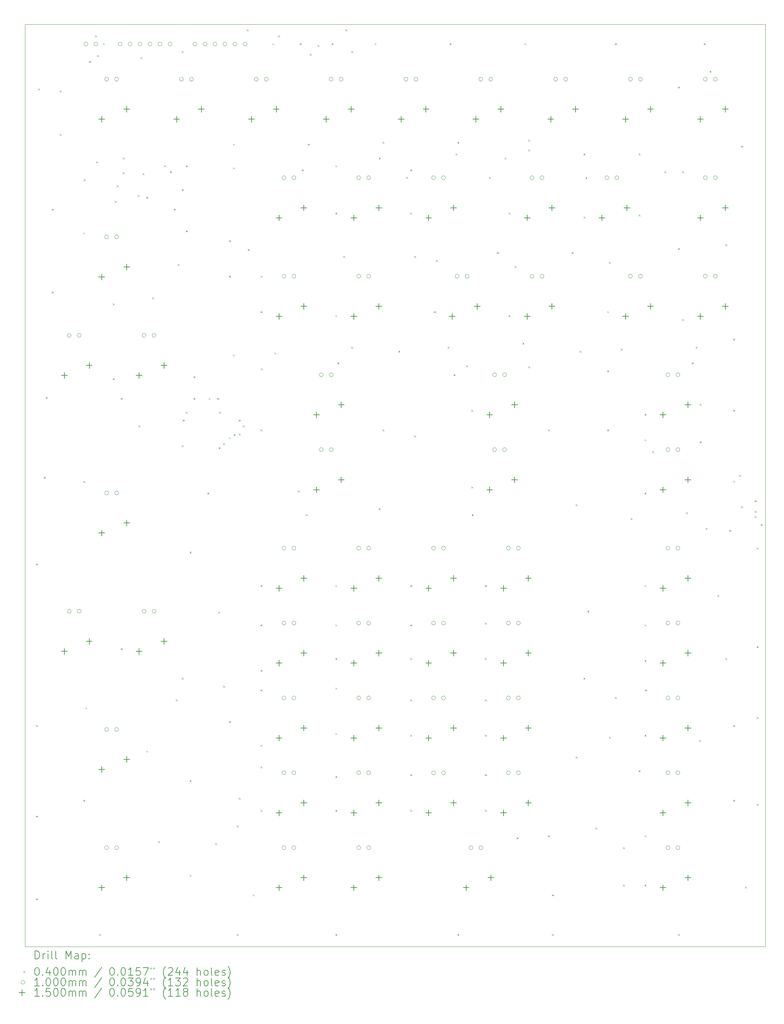
<source format=gbr>
%TF.GenerationSoftware,KiCad,Pcbnew,8.0.4*%
%TF.CreationDate,2024-09-21T20:50:28+02:00*%
%TF.ProjectId,Keyboard,4b657962-6f61-4726-942e-6b696361645f,rev?*%
%TF.SameCoordinates,Original*%
%TF.FileFunction,Drillmap*%
%TF.FilePolarity,Positive*%
%FSLAX45Y45*%
G04 Gerber Fmt 4.5, Leading zero omitted, Abs format (unit mm)*
G04 Created by KiCad (PCBNEW 8.0.4) date 2024-09-21 20:50:28*
%MOMM*%
%LPD*%
G01*
G04 APERTURE LIST*
%ADD10C,0.050000*%
%ADD11C,0.200000*%
%ADD12C,0.100000*%
%ADD13C,0.150000*%
G04 APERTURE END LIST*
D10*
X0Y23200000D02*
X18800000Y23200000D01*
X18800000Y-200000D01*
X0Y-200000D01*
X0Y23200000D01*
D11*
D12*
X280000Y9520000D02*
X320000Y9480000D01*
X320000Y9520000D02*
X280000Y9480000D01*
X280000Y5420000D02*
X320000Y5380000D01*
X320000Y5420000D02*
X280000Y5380000D01*
X280000Y3120000D02*
X320000Y3080000D01*
X320000Y3120000D02*
X280000Y3080000D01*
X280000Y1020000D02*
X320000Y980000D01*
X320000Y1020000D02*
X280000Y980000D01*
X330000Y21570000D02*
X370000Y21530000D01*
X370000Y21570000D02*
X330000Y21530000D01*
X480000Y11720000D02*
X520000Y11680000D01*
X520000Y11720000D02*
X480000Y11680000D01*
X530000Y13745000D02*
X570000Y13705000D01*
X570000Y13745000D02*
X530000Y13705000D01*
X680000Y18520000D02*
X720000Y18480000D01*
X720000Y18520000D02*
X680000Y18480000D01*
X680000Y16420000D02*
X720000Y16380000D01*
X720000Y16420000D02*
X680000Y16380000D01*
X880000Y21520000D02*
X920000Y21480000D01*
X920000Y21520000D02*
X880000Y21480000D01*
X880000Y20420000D02*
X920000Y20380000D01*
X920000Y20420000D02*
X880000Y20380000D01*
X1480000Y17920000D02*
X1520000Y17880000D01*
X1520000Y17920000D02*
X1480000Y17880000D01*
X1480000Y3520000D02*
X1520000Y3480000D01*
X1520000Y3520000D02*
X1480000Y3480000D01*
X1486250Y11613750D02*
X1526250Y11573750D01*
X1526250Y11613750D02*
X1486250Y11573750D01*
X1492500Y19270000D02*
X1532500Y19230000D01*
X1532500Y19270000D02*
X1492500Y19230000D01*
X1530000Y5870000D02*
X1570000Y5830000D01*
X1570000Y5870000D02*
X1530000Y5830000D01*
X1630000Y22270000D02*
X1670000Y22230000D01*
X1670000Y22270000D02*
X1630000Y22230000D01*
X1780000Y22920000D02*
X1820000Y22880000D01*
X1820000Y22920000D02*
X1780000Y22880000D01*
X1805000Y19720000D02*
X1845000Y19680000D01*
X1845000Y19720000D02*
X1805000Y19680000D01*
X1830000Y22420000D02*
X1870000Y22380000D01*
X1870000Y22420000D02*
X1830000Y22380000D01*
X1880000Y120000D02*
X1920000Y80000D01*
X1920000Y120000D02*
X1880000Y80000D01*
X1980000Y22720000D02*
X2020000Y22680000D01*
X2020000Y22720000D02*
X1980000Y22680000D01*
X2230000Y16120000D02*
X2270000Y16080000D01*
X2270000Y16120000D02*
X2230000Y16080000D01*
X2230000Y14220000D02*
X2270000Y14180000D01*
X2270000Y14220000D02*
X2230000Y14180000D01*
X2280000Y18720000D02*
X2320000Y18680000D01*
X2320000Y18720000D02*
X2280000Y18680000D01*
X2330000Y19120000D02*
X2370000Y19080000D01*
X2370000Y19120000D02*
X2330000Y19080000D01*
X2430000Y13720000D02*
X2470000Y13680000D01*
X2470000Y13720000D02*
X2430000Y13680000D01*
X2430000Y7370000D02*
X2470000Y7330000D01*
X2470000Y7370000D02*
X2430000Y7330000D01*
X2480000Y19820000D02*
X2520000Y19780000D01*
X2520000Y19820000D02*
X2480000Y19780000D01*
X2480000Y19445000D02*
X2520000Y19405000D01*
X2520000Y19445000D02*
X2480000Y19405000D01*
X2866500Y18870000D02*
X2906500Y18830000D01*
X2906500Y18870000D02*
X2866500Y18830000D01*
X2880000Y13020000D02*
X2920000Y12980000D01*
X2920000Y13020000D02*
X2880000Y12980000D01*
X2930000Y22370000D02*
X2970000Y22330000D01*
X2970000Y22370000D02*
X2930000Y22330000D01*
X2980000Y19420000D02*
X3020000Y19380000D01*
X3020000Y19420000D02*
X2980000Y19380000D01*
X3080000Y18820000D02*
X3120000Y18780000D01*
X3120000Y18820000D02*
X3080000Y18780000D01*
X3080000Y4770000D02*
X3120000Y4730000D01*
X3120000Y4770000D02*
X3080000Y4730000D01*
X3230000Y16270000D02*
X3270000Y16230000D01*
X3270000Y16270000D02*
X3230000Y16230000D01*
X3380000Y2470000D02*
X3420000Y2430000D01*
X3420000Y2470000D02*
X3380000Y2430000D01*
X3530000Y19627500D02*
X3570000Y19587500D01*
X3570000Y19627500D02*
X3530000Y19587500D01*
X3680000Y19470000D02*
X3720000Y19430000D01*
X3720000Y19470000D02*
X3680000Y19430000D01*
X3780000Y18520000D02*
X3820000Y18480000D01*
X3820000Y18520000D02*
X3780000Y18480000D01*
X3830000Y6070000D02*
X3870000Y6030000D01*
X3870000Y6070000D02*
X3830000Y6030000D01*
X3880000Y17120000D02*
X3920000Y17080000D01*
X3920000Y17120000D02*
X3880000Y17080000D01*
X3980000Y22520000D02*
X4020000Y22480000D01*
X4020000Y22520000D02*
X3980000Y22480000D01*
X3980000Y19020000D02*
X4020000Y18980000D01*
X4020000Y19020000D02*
X3980000Y18980000D01*
X3980000Y12520000D02*
X4020000Y12480000D01*
X4020000Y12520000D02*
X3980000Y12480000D01*
X3980000Y6620000D02*
X4020000Y6580000D01*
X4020000Y6620000D02*
X3980000Y6580000D01*
X4005000Y13170000D02*
X4045000Y13130000D01*
X4045000Y13170000D02*
X4005000Y13130000D01*
X4080000Y19620000D02*
X4120000Y19580000D01*
X4120000Y19620000D02*
X4080000Y19580000D01*
X4080000Y17970000D02*
X4120000Y17930000D01*
X4120000Y17970000D02*
X4080000Y17930000D01*
X4080000Y13370000D02*
X4120000Y13330000D01*
X4120000Y13370000D02*
X4080000Y13330000D01*
X4180000Y9820000D02*
X4220000Y9780000D01*
X4220000Y9820000D02*
X4180000Y9780000D01*
X4180000Y4020000D02*
X4220000Y3980000D01*
X4220000Y4020000D02*
X4180000Y3980000D01*
X4180000Y1620000D02*
X4220000Y1580000D01*
X4220000Y1620000D02*
X4180000Y1580000D01*
X4280000Y14270000D02*
X4320000Y14230000D01*
X4320000Y14270000D02*
X4280000Y14230000D01*
X4280000Y13720000D02*
X4320000Y13680000D01*
X4320000Y13720000D02*
X4280000Y13680000D01*
X4630000Y11320000D02*
X4670000Y11280000D01*
X4670000Y11320000D02*
X4630000Y11280000D01*
X4662500Y13720000D02*
X4702500Y13680000D01*
X4702500Y13720000D02*
X4662500Y13680000D01*
X4830000Y2420000D02*
X4870000Y2380000D01*
X4870000Y2420000D02*
X4830000Y2380000D01*
X4880000Y13720000D02*
X4920000Y13680000D01*
X4920000Y13720000D02*
X4880000Y13680000D01*
X4905000Y8295000D02*
X4945000Y8255000D01*
X4945000Y8295000D02*
X4905000Y8255000D01*
X4916500Y12470000D02*
X4956500Y12430000D01*
X4956500Y12470000D02*
X4916500Y12430000D01*
X4930000Y13370000D02*
X4970000Y13330000D01*
X4970000Y13370000D02*
X4930000Y13330000D01*
X5030000Y12570000D02*
X5070000Y12530000D01*
X5070000Y12570000D02*
X5030000Y12530000D01*
X5030000Y6420000D02*
X5070000Y6380000D01*
X5070000Y6420000D02*
X5030000Y6380000D01*
X5180000Y17720000D02*
X5220000Y17680000D01*
X5220000Y17720000D02*
X5180000Y17680000D01*
X5180000Y16820000D02*
X5220000Y16780000D01*
X5220000Y16820000D02*
X5180000Y16780000D01*
X5180000Y12720000D02*
X5220000Y12680000D01*
X5220000Y12720000D02*
X5180000Y12680000D01*
X5180000Y5520000D02*
X5220000Y5480000D01*
X5220000Y5520000D02*
X5180000Y5480000D01*
X5280000Y20170000D02*
X5320000Y20130000D01*
X5320000Y20170000D02*
X5280000Y20130000D01*
X5280000Y19570000D02*
X5320000Y19530000D01*
X5320000Y19570000D02*
X5280000Y19530000D01*
X5280000Y14820000D02*
X5320000Y14780000D01*
X5320000Y14820000D02*
X5280000Y14780000D01*
X5297500Y12802500D02*
X5337500Y12762500D01*
X5337500Y12802500D02*
X5297500Y12762500D01*
X5380000Y2870000D02*
X5420000Y2830000D01*
X5420000Y2870000D02*
X5380000Y2830000D01*
X5380000Y120000D02*
X5420000Y80000D01*
X5420000Y120000D02*
X5380000Y80000D01*
X5430000Y13170000D02*
X5470000Y13130000D01*
X5470000Y13170000D02*
X5430000Y13130000D01*
X5430000Y12820000D02*
X5470000Y12780000D01*
X5470000Y12820000D02*
X5430000Y12780000D01*
X5430000Y3570000D02*
X5470000Y3530000D01*
X5470000Y3570000D02*
X5430000Y3530000D01*
X5530000Y13020000D02*
X5570000Y12980000D01*
X5570000Y13020000D02*
X5530000Y12980000D01*
X5630000Y23070000D02*
X5670000Y23030000D01*
X5670000Y23070000D02*
X5630000Y23030000D01*
X5655000Y17495000D02*
X5695000Y17455000D01*
X5695000Y17495000D02*
X5655000Y17455000D01*
X5780000Y1120000D02*
X5820000Y1080000D01*
X5820000Y1120000D02*
X5780000Y1080000D01*
X5980000Y16820000D02*
X6020000Y16780000D01*
X6020000Y16820000D02*
X5980000Y16780000D01*
X5980000Y15920000D02*
X6020000Y15880000D01*
X6020000Y15920000D02*
X5980000Y15880000D01*
X5980000Y12920000D02*
X6020000Y12880000D01*
X6020000Y12920000D02*
X5980000Y12880000D01*
X5980000Y8970000D02*
X6020000Y8930000D01*
X6020000Y8970000D02*
X5980000Y8930000D01*
X5980000Y7970000D02*
X6020000Y7930000D01*
X6020000Y7970000D02*
X5980000Y7930000D01*
X5980000Y6820000D02*
X6020000Y6780000D01*
X6020000Y6820000D02*
X5980000Y6780000D01*
X5980000Y6320000D02*
X6020000Y6280000D01*
X6020000Y6320000D02*
X5980000Y6280000D01*
X5980000Y4920000D02*
X6020000Y4880000D01*
X6020000Y4920000D02*
X5980000Y4880000D01*
X5980000Y4370000D02*
X6020000Y4330000D01*
X6020000Y4370000D02*
X5980000Y4330000D01*
X5980000Y3270000D02*
X6020000Y3230000D01*
X6020000Y3270000D02*
X5980000Y3230000D01*
X5986250Y14470000D02*
X6026250Y14430000D01*
X6026250Y14470000D02*
X5986250Y14430000D01*
X6280000Y22720000D02*
X6320000Y22680000D01*
X6320000Y22720000D02*
X6280000Y22680000D01*
X6330000Y14870000D02*
X6370000Y14830000D01*
X6370000Y14870000D02*
X6330000Y14830000D01*
X6430000Y22920000D02*
X6470000Y22880000D01*
X6470000Y22920000D02*
X6430000Y22880000D01*
X6930000Y11370000D02*
X6970000Y11330000D01*
X6970000Y11370000D02*
X6930000Y11330000D01*
X6980000Y22720000D02*
X7020000Y22680000D01*
X7020000Y22720000D02*
X6980000Y22680000D01*
X7030000Y19520000D02*
X7070000Y19480000D01*
X7070000Y19520000D02*
X7030000Y19480000D01*
X7130000Y10770000D02*
X7170000Y10730000D01*
X7170000Y10770000D02*
X7130000Y10730000D01*
X7180000Y20170000D02*
X7220000Y20130000D01*
X7220000Y20170000D02*
X7180000Y20130000D01*
X7230000Y22452300D02*
X7270000Y22412300D01*
X7270000Y22452300D02*
X7230000Y22412300D01*
X7430000Y22670000D02*
X7470000Y22630000D01*
X7470000Y22670000D02*
X7430000Y22630000D01*
X7780000Y22720000D02*
X7820000Y22680000D01*
X7820000Y22720000D02*
X7780000Y22680000D01*
X7880000Y19620000D02*
X7920000Y19580000D01*
X7920000Y19620000D02*
X7880000Y19580000D01*
X7880000Y18420000D02*
X7920000Y18380000D01*
X7920000Y18420000D02*
X7880000Y18380000D01*
X7880000Y15820000D02*
X7920000Y15780000D01*
X7920000Y15820000D02*
X7880000Y15780000D01*
X7880000Y8970000D02*
X7920000Y8930000D01*
X7920000Y8970000D02*
X7880000Y8930000D01*
X7880000Y7970000D02*
X7920000Y7930000D01*
X7920000Y7970000D02*
X7880000Y7930000D01*
X7880000Y7120000D02*
X7920000Y7080000D01*
X7920000Y7120000D02*
X7880000Y7080000D01*
X7880000Y6370000D02*
X7920000Y6330000D01*
X7920000Y6370000D02*
X7880000Y6330000D01*
X7880000Y5220000D02*
X7920000Y5180000D01*
X7920000Y5220000D02*
X7880000Y5180000D01*
X7880000Y4120000D02*
X7920000Y4080000D01*
X7920000Y4120000D02*
X7880000Y4080000D01*
X7880000Y3270000D02*
X7920000Y3230000D01*
X7920000Y3270000D02*
X7880000Y3230000D01*
X7880000Y120000D02*
X7920000Y80000D01*
X7920000Y120000D02*
X7880000Y80000D01*
X7930000Y14620000D02*
X7970000Y14580000D01*
X7970000Y14620000D02*
X7930000Y14580000D01*
X8080000Y17320000D02*
X8120000Y17280000D01*
X8120000Y17320000D02*
X8080000Y17280000D01*
X8130000Y23070000D02*
X8170000Y23030000D01*
X8170000Y23070000D02*
X8130000Y23030000D01*
X8280000Y22520000D02*
X8320000Y22480000D01*
X8320000Y22520000D02*
X8280000Y22480000D01*
X8280000Y15020000D02*
X8320000Y14980000D01*
X8320000Y15020000D02*
X8280000Y14980000D01*
X8880000Y22720000D02*
X8920000Y22680000D01*
X8920000Y22720000D02*
X8880000Y22680000D01*
X8980000Y19820000D02*
X9020000Y19780000D01*
X9020000Y19820000D02*
X8980000Y19780000D01*
X8980000Y10920000D02*
X9020000Y10880000D01*
X9020000Y10920000D02*
X8980000Y10880000D01*
X9080000Y20220000D02*
X9120000Y20180000D01*
X9120000Y20220000D02*
X9080000Y20180000D01*
X9080000Y12920000D02*
X9120000Y12880000D01*
X9120000Y12920000D02*
X9080000Y12880000D01*
X9480000Y14920000D02*
X9520000Y14880000D01*
X9520000Y14920000D02*
X9480000Y14880000D01*
X9680000Y19328000D02*
X9720000Y19288000D01*
X9720000Y19328000D02*
X9680000Y19288000D01*
X9780000Y19520000D02*
X9820000Y19480000D01*
X9820000Y19520000D02*
X9780000Y19480000D01*
X9780000Y18420000D02*
X9820000Y18380000D01*
X9820000Y18420000D02*
X9780000Y18380000D01*
X9780000Y8970000D02*
X9820000Y8930000D01*
X9820000Y8970000D02*
X9780000Y8930000D01*
X9780000Y7970000D02*
X9820000Y7930000D01*
X9820000Y7970000D02*
X9780000Y7930000D01*
X9780000Y7120000D02*
X9820000Y7080000D01*
X9820000Y7120000D02*
X9780000Y7080000D01*
X9780000Y6070000D02*
X9820000Y6030000D01*
X9820000Y6070000D02*
X9780000Y6030000D01*
X9780000Y5170000D02*
X9820000Y5130000D01*
X9820000Y5170000D02*
X9780000Y5130000D01*
X9780000Y4170000D02*
X9820000Y4130000D01*
X9820000Y4170000D02*
X9780000Y4130000D01*
X9780000Y3270000D02*
X9820000Y3230000D01*
X9820000Y3270000D02*
X9780000Y3230000D01*
X9880000Y17320000D02*
X9920000Y17280000D01*
X9920000Y17320000D02*
X9880000Y17280000D01*
X9880000Y12770000D02*
X9920000Y12730000D01*
X9920000Y12770000D02*
X9880000Y12730000D01*
X10380000Y15920000D02*
X10420000Y15880000D01*
X10420000Y15920000D02*
X10380000Y15880000D01*
X10430000Y17220000D02*
X10470000Y17180000D01*
X10470000Y17220000D02*
X10430000Y17180000D01*
X10730000Y15020000D02*
X10770000Y14980000D01*
X10770000Y15020000D02*
X10730000Y14980000D01*
X10780000Y22720000D02*
X10820000Y22680000D01*
X10820000Y22720000D02*
X10780000Y22680000D01*
X10880000Y14320000D02*
X10920000Y14280000D01*
X10920000Y14320000D02*
X10880000Y14280000D01*
X10930000Y19920000D02*
X10970000Y19880000D01*
X10970000Y19920000D02*
X10930000Y19880000D01*
X10980000Y20220000D02*
X11020000Y20180000D01*
X11020000Y20220000D02*
X10980000Y20180000D01*
X10980000Y120000D02*
X11020000Y80000D01*
X11020000Y120000D02*
X10980000Y80000D01*
X11205000Y14545000D02*
X11245000Y14505000D01*
X11245000Y14545000D02*
X11205000Y14505000D01*
X11330000Y13420000D02*
X11370000Y13380000D01*
X11370000Y13420000D02*
X11330000Y13380000D01*
X11330000Y11470000D02*
X11370000Y11430000D01*
X11370000Y11470000D02*
X11330000Y11430000D01*
X11342500Y10770000D02*
X11382500Y10730000D01*
X11382500Y10770000D02*
X11342500Y10730000D01*
X11680000Y8970000D02*
X11720000Y8930000D01*
X11720000Y8970000D02*
X11680000Y8930000D01*
X11680000Y8020000D02*
X11720000Y7980000D01*
X11720000Y8020000D02*
X11680000Y7980000D01*
X11680000Y7120000D02*
X11720000Y7080000D01*
X11720000Y7120000D02*
X11680000Y7080000D01*
X11680000Y6070000D02*
X11720000Y6030000D01*
X11720000Y6070000D02*
X11680000Y6030000D01*
X11680000Y5170000D02*
X11720000Y5130000D01*
X11720000Y5170000D02*
X11680000Y5130000D01*
X11680000Y4170000D02*
X11720000Y4130000D01*
X11720000Y4170000D02*
X11680000Y4130000D01*
X11680000Y3270000D02*
X11720000Y3230000D01*
X11720000Y3270000D02*
X11680000Y3230000D01*
X11780000Y19328000D02*
X11820000Y19288000D01*
X11820000Y19328000D02*
X11780000Y19288000D01*
X11980000Y17420000D02*
X12020000Y17380000D01*
X12020000Y17420000D02*
X11980000Y17380000D01*
X12180000Y19820000D02*
X12220000Y19780000D01*
X12220000Y19820000D02*
X12180000Y19780000D01*
X12280000Y18420000D02*
X12320000Y18380000D01*
X12320000Y18420000D02*
X12280000Y18380000D01*
X12280000Y15820000D02*
X12320000Y15780000D01*
X12320000Y15820000D02*
X12280000Y15780000D01*
X12430000Y17070000D02*
X12470000Y17030000D01*
X12470000Y17070000D02*
X12430000Y17030000D01*
X12480000Y2570000D02*
X12520000Y2530000D01*
X12520000Y2570000D02*
X12480000Y2530000D01*
X12630000Y15120000D02*
X12670000Y15080000D01*
X12670000Y15120000D02*
X12630000Y15080000D01*
X12680000Y22720000D02*
X12720000Y22680000D01*
X12720000Y22720000D02*
X12680000Y22680000D01*
X12780000Y20270000D02*
X12820000Y20230000D01*
X12820000Y20270000D02*
X12780000Y20230000D01*
X12780000Y20020000D02*
X12820000Y19980000D01*
X12820000Y20020000D02*
X12780000Y19980000D01*
X12780000Y14520000D02*
X12820000Y14480000D01*
X12820000Y14520000D02*
X12780000Y14480000D01*
X13280000Y12920000D02*
X13320000Y12880000D01*
X13320000Y12920000D02*
X13280000Y12880000D01*
X13280000Y2620000D02*
X13320000Y2580000D01*
X13320000Y2620000D02*
X13280000Y2580000D01*
X13380000Y1120000D02*
X13420000Y1080000D01*
X13420000Y1120000D02*
X13380000Y1080000D01*
X13380000Y120000D02*
X13420000Y80000D01*
X13420000Y120000D02*
X13380000Y80000D01*
X13880000Y17420000D02*
X13920000Y17380000D01*
X13920000Y17420000D02*
X13880000Y17380000D01*
X13980000Y11020000D02*
X14020000Y10980000D01*
X14020000Y11020000D02*
X13980000Y10980000D01*
X13980000Y4620000D02*
X14020000Y4580000D01*
X14020000Y4620000D02*
X13980000Y4580000D01*
X14080000Y14920000D02*
X14120000Y14880000D01*
X14120000Y14920000D02*
X14080000Y14880000D01*
X14180000Y19920000D02*
X14220000Y19880000D01*
X14220000Y19920000D02*
X14180000Y19880000D01*
X14180000Y6620000D02*
X14220000Y6580000D01*
X14220000Y6620000D02*
X14180000Y6580000D01*
X14186250Y18320000D02*
X14226250Y18280000D01*
X14226250Y18320000D02*
X14186250Y18280000D01*
X14230000Y19320000D02*
X14270000Y19280000D01*
X14270000Y19320000D02*
X14230000Y19280000D01*
X14280000Y8320000D02*
X14320000Y8280000D01*
X14320000Y8320000D02*
X14280000Y8280000D01*
X14480000Y2820000D02*
X14520000Y2780000D01*
X14520000Y2820000D02*
X14480000Y2780000D01*
X14780000Y15920000D02*
X14820000Y15880000D01*
X14820000Y15920000D02*
X14780000Y15880000D01*
X14780000Y14420000D02*
X14820000Y14380000D01*
X14820000Y14420000D02*
X14780000Y14380000D01*
X14780000Y12920000D02*
X14820000Y12880000D01*
X14820000Y12920000D02*
X14780000Y12880000D01*
X14830000Y17170000D02*
X14870000Y17130000D01*
X14870000Y17170000D02*
X14830000Y17130000D01*
X14830000Y5120000D02*
X14870000Y5080000D01*
X14870000Y5120000D02*
X14830000Y5080000D01*
X14980000Y22720000D02*
X15020000Y22680000D01*
X15020000Y22720000D02*
X14980000Y22680000D01*
X14980000Y6128000D02*
X15020000Y6088000D01*
X15020000Y6128000D02*
X14980000Y6088000D01*
X15130000Y14970000D02*
X15170000Y14930000D01*
X15170000Y14970000D02*
X15130000Y14930000D01*
X15180000Y2320000D02*
X15220000Y2280000D01*
X15220000Y2320000D02*
X15180000Y2280000D01*
X15180000Y1370000D02*
X15220000Y1330000D01*
X15220000Y1370000D02*
X15180000Y1330000D01*
X15380000Y10670000D02*
X15420000Y10630000D01*
X15420000Y10670000D02*
X15380000Y10630000D01*
X15580000Y19920000D02*
X15620000Y19880000D01*
X15620000Y19920000D02*
X15580000Y19880000D01*
X15580000Y18370000D02*
X15620000Y18330000D01*
X15620000Y18370000D02*
X15580000Y18330000D01*
X15580000Y4270000D02*
X15620000Y4230000D01*
X15620000Y4270000D02*
X15580000Y4230000D01*
X15730000Y13320000D02*
X15770000Y13280000D01*
X15770000Y13320000D02*
X15730000Y13280000D01*
X15730000Y12670000D02*
X15770000Y12630000D01*
X15770000Y12670000D02*
X15730000Y12630000D01*
X15730000Y11320000D02*
X15770000Y11280000D01*
X15770000Y11320000D02*
X15730000Y11280000D01*
X15730000Y8970000D02*
X15770000Y8930000D01*
X15770000Y8970000D02*
X15730000Y8930000D01*
X15730000Y7970000D02*
X15770000Y7930000D01*
X15770000Y7970000D02*
X15730000Y7930000D01*
X15730000Y7070000D02*
X15770000Y7030000D01*
X15770000Y7070000D02*
X15730000Y7030000D01*
X15730000Y5170000D02*
X15770000Y5130000D01*
X15770000Y5170000D02*
X15730000Y5130000D01*
X15730000Y2620000D02*
X15770000Y2580000D01*
X15770000Y2620000D02*
X15730000Y2580000D01*
X15730000Y1370000D02*
X15770000Y1330000D01*
X15770000Y1370000D02*
X15730000Y1330000D01*
X15742500Y6320000D02*
X15782500Y6280000D01*
X15782500Y6320000D02*
X15742500Y6280000D01*
X15930000Y12370000D02*
X15970000Y12330000D01*
X15970000Y12370000D02*
X15930000Y12330000D01*
X16230000Y19470000D02*
X16270000Y19430000D01*
X16270000Y19470000D02*
X16230000Y19430000D01*
X16580000Y21620000D02*
X16620000Y21580000D01*
X16620000Y21620000D02*
X16580000Y21580000D01*
X16580000Y17520000D02*
X16620000Y17480000D01*
X16620000Y17520000D02*
X16580000Y17480000D01*
X16580000Y120000D02*
X16620000Y80000D01*
X16620000Y120000D02*
X16580000Y80000D01*
X16680000Y19470000D02*
X16720000Y19430000D01*
X16720000Y19470000D02*
X16680000Y19430000D01*
X16680000Y15720000D02*
X16720000Y15680000D01*
X16720000Y15720000D02*
X16680000Y15680000D01*
X16780000Y10820000D02*
X16820000Y10780000D01*
X16820000Y10820000D02*
X16780000Y10780000D01*
X16930000Y14620000D02*
X16970000Y14580000D01*
X16970000Y14620000D02*
X16930000Y14580000D01*
X17030000Y15020000D02*
X17070000Y14980000D01*
X17070000Y15020000D02*
X17030000Y14980000D01*
X17112500Y5037500D02*
X17152500Y4997500D01*
X17152500Y5037500D02*
X17112500Y4997500D01*
X17130000Y13570000D02*
X17170000Y13530000D01*
X17170000Y13570000D02*
X17130000Y13530000D01*
X17130000Y12620000D02*
X17170000Y12580000D01*
X17170000Y12620000D02*
X17130000Y12580000D01*
X17230000Y22720000D02*
X17270000Y22680000D01*
X17270000Y22720000D02*
X17230000Y22680000D01*
X17280000Y10420000D02*
X17320000Y10380000D01*
X17320000Y10420000D02*
X17280000Y10380000D01*
X17380000Y22020000D02*
X17420000Y21980000D01*
X17420000Y22020000D02*
X17380000Y21980000D01*
X17580000Y8720000D02*
X17620000Y8680000D01*
X17620000Y8720000D02*
X17580000Y8680000D01*
X17780000Y17620000D02*
X17820000Y17580000D01*
X17820000Y17620000D02*
X17780000Y17580000D01*
X17780000Y7120000D02*
X17820000Y7080000D01*
X17820000Y7120000D02*
X17780000Y7080000D01*
X17880000Y10370000D02*
X17920000Y10330000D01*
X17920000Y10370000D02*
X17880000Y10330000D01*
X17980000Y15220000D02*
X18020000Y15180000D01*
X18020000Y15220000D02*
X17980000Y15180000D01*
X17980000Y13420000D02*
X18020000Y13380000D01*
X18020000Y13420000D02*
X17980000Y13380000D01*
X17980000Y11620000D02*
X18020000Y11580000D01*
X18020000Y11620000D02*
X17980000Y11580000D01*
X17980000Y5420000D02*
X18020000Y5380000D01*
X18020000Y5420000D02*
X17980000Y5380000D01*
X17980000Y3520000D02*
X18020000Y3480000D01*
X18020000Y3520000D02*
X17980000Y3480000D01*
X18130000Y11770000D02*
X18170000Y11730000D01*
X18170000Y11770000D02*
X18130000Y11730000D01*
X18180000Y20120000D02*
X18220000Y20080000D01*
X18220000Y20120000D02*
X18180000Y20080000D01*
X18180000Y10970000D02*
X18220000Y10930000D01*
X18220000Y10970000D02*
X18180000Y10930000D01*
X18280000Y1320000D02*
X18320000Y1280000D01*
X18320000Y1320000D02*
X18280000Y1280000D01*
X18530000Y11120000D02*
X18570000Y11080000D01*
X18570000Y11120000D02*
X18530000Y11080000D01*
X18530000Y10856500D02*
X18570000Y10816500D01*
X18570000Y10856500D02*
X18530000Y10816500D01*
X18530000Y10729500D02*
X18570000Y10689500D01*
X18570000Y10729500D02*
X18530000Y10689500D01*
X18580000Y9920000D02*
X18620000Y9880000D01*
X18620000Y9920000D02*
X18580000Y9880000D01*
X18580000Y7420000D02*
X18620000Y7380000D01*
X18620000Y7420000D02*
X18580000Y7380000D01*
X18580000Y5620000D02*
X18620000Y5580000D01*
X18620000Y5620000D02*
X18580000Y5580000D01*
X18580000Y3420000D02*
X18620000Y3380000D01*
X18620000Y3420000D02*
X18580000Y3380000D01*
X18680000Y10520000D02*
X18720000Y10480000D01*
X18720000Y10520000D02*
X18680000Y10480000D01*
X1173000Y15308000D02*
G75*
G02*
X1073000Y15308000I-50000J0D01*
G01*
X1073000Y15308000D02*
G75*
G02*
X1173000Y15308000I50000J0D01*
G01*
X1173000Y8308000D02*
G75*
G02*
X1073000Y8308000I-50000J0D01*
G01*
X1073000Y8308000D02*
G75*
G02*
X1173000Y8308000I50000J0D01*
G01*
X1427000Y15308000D02*
G75*
G02*
X1327000Y15308000I-50000J0D01*
G01*
X1327000Y15308000D02*
G75*
G02*
X1427000Y15308000I50000J0D01*
G01*
X1427000Y8308000D02*
G75*
G02*
X1327000Y8308000I-50000J0D01*
G01*
X1327000Y8308000D02*
G75*
G02*
X1427000Y8308000I50000J0D01*
G01*
X1596000Y22700000D02*
G75*
G02*
X1496000Y22700000I-50000J0D01*
G01*
X1496000Y22700000D02*
G75*
G02*
X1596000Y22700000I50000J0D01*
G01*
X1850000Y22700000D02*
G75*
G02*
X1750000Y22700000I-50000J0D01*
G01*
X1750000Y22700000D02*
G75*
G02*
X1850000Y22700000I50000J0D01*
G01*
X2123000Y21808000D02*
G75*
G02*
X2023000Y21808000I-50000J0D01*
G01*
X2023000Y21808000D02*
G75*
G02*
X2123000Y21808000I50000J0D01*
G01*
X2123000Y17808000D02*
G75*
G02*
X2023000Y17808000I-50000J0D01*
G01*
X2023000Y17808000D02*
G75*
G02*
X2123000Y17808000I50000J0D01*
G01*
X2123000Y11308000D02*
G75*
G02*
X2023000Y11308000I-50000J0D01*
G01*
X2023000Y11308000D02*
G75*
G02*
X2123000Y11308000I50000J0D01*
G01*
X2123000Y5308000D02*
G75*
G02*
X2023000Y5308000I-50000J0D01*
G01*
X2023000Y5308000D02*
G75*
G02*
X2123000Y5308000I50000J0D01*
G01*
X2123000Y2308000D02*
G75*
G02*
X2023000Y2308000I-50000J0D01*
G01*
X2023000Y2308000D02*
G75*
G02*
X2123000Y2308000I50000J0D01*
G01*
X2377000Y21808000D02*
G75*
G02*
X2277000Y21808000I-50000J0D01*
G01*
X2277000Y21808000D02*
G75*
G02*
X2377000Y21808000I50000J0D01*
G01*
X2377000Y17808000D02*
G75*
G02*
X2277000Y17808000I-50000J0D01*
G01*
X2277000Y17808000D02*
G75*
G02*
X2377000Y17808000I50000J0D01*
G01*
X2377000Y11308000D02*
G75*
G02*
X2277000Y11308000I-50000J0D01*
G01*
X2277000Y11308000D02*
G75*
G02*
X2377000Y11308000I50000J0D01*
G01*
X2377000Y5308000D02*
G75*
G02*
X2277000Y5308000I-50000J0D01*
G01*
X2277000Y5308000D02*
G75*
G02*
X2377000Y5308000I50000J0D01*
G01*
X2377000Y2308000D02*
G75*
G02*
X2277000Y2308000I-50000J0D01*
G01*
X2277000Y2308000D02*
G75*
G02*
X2377000Y2308000I50000J0D01*
G01*
X2465000Y22700000D02*
G75*
G02*
X2365000Y22700000I-50000J0D01*
G01*
X2365000Y22700000D02*
G75*
G02*
X2465000Y22700000I50000J0D01*
G01*
X2719000Y22700000D02*
G75*
G02*
X2619000Y22700000I-50000J0D01*
G01*
X2619000Y22700000D02*
G75*
G02*
X2719000Y22700000I50000J0D01*
G01*
X2973000Y22700000D02*
G75*
G02*
X2873000Y22700000I-50000J0D01*
G01*
X2873000Y22700000D02*
G75*
G02*
X2973000Y22700000I50000J0D01*
G01*
X3073000Y15308000D02*
G75*
G02*
X2973000Y15308000I-50000J0D01*
G01*
X2973000Y15308000D02*
G75*
G02*
X3073000Y15308000I50000J0D01*
G01*
X3073000Y8308000D02*
G75*
G02*
X2973000Y8308000I-50000J0D01*
G01*
X2973000Y8308000D02*
G75*
G02*
X3073000Y8308000I50000J0D01*
G01*
X3227000Y22700000D02*
G75*
G02*
X3127000Y22700000I-50000J0D01*
G01*
X3127000Y22700000D02*
G75*
G02*
X3227000Y22700000I50000J0D01*
G01*
X3327000Y15308000D02*
G75*
G02*
X3227000Y15308000I-50000J0D01*
G01*
X3227000Y15308000D02*
G75*
G02*
X3327000Y15308000I50000J0D01*
G01*
X3327000Y8308000D02*
G75*
G02*
X3227000Y8308000I-50000J0D01*
G01*
X3227000Y8308000D02*
G75*
G02*
X3327000Y8308000I50000J0D01*
G01*
X3481000Y22700000D02*
G75*
G02*
X3381000Y22700000I-50000J0D01*
G01*
X3381000Y22700000D02*
G75*
G02*
X3481000Y22700000I50000J0D01*
G01*
X3735000Y22700000D02*
G75*
G02*
X3635000Y22700000I-50000J0D01*
G01*
X3635000Y22700000D02*
G75*
G02*
X3735000Y22700000I50000J0D01*
G01*
X4023000Y21808000D02*
G75*
G02*
X3923000Y21808000I-50000J0D01*
G01*
X3923000Y21808000D02*
G75*
G02*
X4023000Y21808000I50000J0D01*
G01*
X4277000Y21808000D02*
G75*
G02*
X4177000Y21808000I-50000J0D01*
G01*
X4177000Y21808000D02*
G75*
G02*
X4277000Y21808000I50000J0D01*
G01*
X4365000Y22700000D02*
G75*
G02*
X4265000Y22700000I-50000J0D01*
G01*
X4265000Y22700000D02*
G75*
G02*
X4365000Y22700000I50000J0D01*
G01*
X4619000Y22700000D02*
G75*
G02*
X4519000Y22700000I-50000J0D01*
G01*
X4519000Y22700000D02*
G75*
G02*
X4619000Y22700000I50000J0D01*
G01*
X4873000Y22700000D02*
G75*
G02*
X4773000Y22700000I-50000J0D01*
G01*
X4773000Y22700000D02*
G75*
G02*
X4873000Y22700000I50000J0D01*
G01*
X5127000Y22700000D02*
G75*
G02*
X5027000Y22700000I-50000J0D01*
G01*
X5027000Y22700000D02*
G75*
G02*
X5127000Y22700000I50000J0D01*
G01*
X5381000Y22700000D02*
G75*
G02*
X5281000Y22700000I-50000J0D01*
G01*
X5281000Y22700000D02*
G75*
G02*
X5381000Y22700000I50000J0D01*
G01*
X5635000Y22700000D02*
G75*
G02*
X5535000Y22700000I-50000J0D01*
G01*
X5535000Y22700000D02*
G75*
G02*
X5635000Y22700000I50000J0D01*
G01*
X5923000Y21808000D02*
G75*
G02*
X5823000Y21808000I-50000J0D01*
G01*
X5823000Y21808000D02*
G75*
G02*
X5923000Y21808000I50000J0D01*
G01*
X6177000Y21808000D02*
G75*
G02*
X6077000Y21808000I-50000J0D01*
G01*
X6077000Y21808000D02*
G75*
G02*
X6177000Y21808000I50000J0D01*
G01*
X6623000Y19308000D02*
G75*
G02*
X6523000Y19308000I-50000J0D01*
G01*
X6523000Y19308000D02*
G75*
G02*
X6623000Y19308000I50000J0D01*
G01*
X6623000Y16808000D02*
G75*
G02*
X6523000Y16808000I-50000J0D01*
G01*
X6523000Y16808000D02*
G75*
G02*
X6623000Y16808000I50000J0D01*
G01*
X6623000Y9908000D02*
G75*
G02*
X6523000Y9908000I-50000J0D01*
G01*
X6523000Y9908000D02*
G75*
G02*
X6623000Y9908000I50000J0D01*
G01*
X6623000Y8008000D02*
G75*
G02*
X6523000Y8008000I-50000J0D01*
G01*
X6523000Y8008000D02*
G75*
G02*
X6623000Y8008000I50000J0D01*
G01*
X6623000Y6108000D02*
G75*
G02*
X6523000Y6108000I-50000J0D01*
G01*
X6523000Y6108000D02*
G75*
G02*
X6623000Y6108000I50000J0D01*
G01*
X6623000Y4208000D02*
G75*
G02*
X6523000Y4208000I-50000J0D01*
G01*
X6523000Y4208000D02*
G75*
G02*
X6623000Y4208000I50000J0D01*
G01*
X6623000Y2308000D02*
G75*
G02*
X6523000Y2308000I-50000J0D01*
G01*
X6523000Y2308000D02*
G75*
G02*
X6623000Y2308000I50000J0D01*
G01*
X6877000Y19308000D02*
G75*
G02*
X6777000Y19308000I-50000J0D01*
G01*
X6777000Y19308000D02*
G75*
G02*
X6877000Y19308000I50000J0D01*
G01*
X6877000Y16808000D02*
G75*
G02*
X6777000Y16808000I-50000J0D01*
G01*
X6777000Y16808000D02*
G75*
G02*
X6877000Y16808000I50000J0D01*
G01*
X6877000Y9908000D02*
G75*
G02*
X6777000Y9908000I-50000J0D01*
G01*
X6777000Y9908000D02*
G75*
G02*
X6877000Y9908000I50000J0D01*
G01*
X6877000Y8008000D02*
G75*
G02*
X6777000Y8008000I-50000J0D01*
G01*
X6777000Y8008000D02*
G75*
G02*
X6877000Y8008000I50000J0D01*
G01*
X6877000Y6108000D02*
G75*
G02*
X6777000Y6108000I-50000J0D01*
G01*
X6777000Y6108000D02*
G75*
G02*
X6877000Y6108000I50000J0D01*
G01*
X6877000Y4208000D02*
G75*
G02*
X6777000Y4208000I-50000J0D01*
G01*
X6777000Y4208000D02*
G75*
G02*
X6877000Y4208000I50000J0D01*
G01*
X6877000Y2308000D02*
G75*
G02*
X6777000Y2308000I-50000J0D01*
G01*
X6777000Y2308000D02*
G75*
G02*
X6877000Y2308000I50000J0D01*
G01*
X7573000Y14308000D02*
G75*
G02*
X7473000Y14308000I-50000J0D01*
G01*
X7473000Y14308000D02*
G75*
G02*
X7573000Y14308000I50000J0D01*
G01*
X7573000Y12408000D02*
G75*
G02*
X7473000Y12408000I-50000J0D01*
G01*
X7473000Y12408000D02*
G75*
G02*
X7573000Y12408000I50000J0D01*
G01*
X7823000Y21808000D02*
G75*
G02*
X7723000Y21808000I-50000J0D01*
G01*
X7723000Y21808000D02*
G75*
G02*
X7823000Y21808000I50000J0D01*
G01*
X7827000Y14308000D02*
G75*
G02*
X7727000Y14308000I-50000J0D01*
G01*
X7727000Y14308000D02*
G75*
G02*
X7827000Y14308000I50000J0D01*
G01*
X7827000Y12408000D02*
G75*
G02*
X7727000Y12408000I-50000J0D01*
G01*
X7727000Y12408000D02*
G75*
G02*
X7827000Y12408000I50000J0D01*
G01*
X8077000Y21808000D02*
G75*
G02*
X7977000Y21808000I-50000J0D01*
G01*
X7977000Y21808000D02*
G75*
G02*
X8077000Y21808000I50000J0D01*
G01*
X8523000Y19308000D02*
G75*
G02*
X8423000Y19308000I-50000J0D01*
G01*
X8423000Y19308000D02*
G75*
G02*
X8523000Y19308000I50000J0D01*
G01*
X8523000Y16808000D02*
G75*
G02*
X8423000Y16808000I-50000J0D01*
G01*
X8423000Y16808000D02*
G75*
G02*
X8523000Y16808000I50000J0D01*
G01*
X8523000Y9908000D02*
G75*
G02*
X8423000Y9908000I-50000J0D01*
G01*
X8423000Y9908000D02*
G75*
G02*
X8523000Y9908000I50000J0D01*
G01*
X8523000Y8008000D02*
G75*
G02*
X8423000Y8008000I-50000J0D01*
G01*
X8423000Y8008000D02*
G75*
G02*
X8523000Y8008000I50000J0D01*
G01*
X8523000Y6108000D02*
G75*
G02*
X8423000Y6108000I-50000J0D01*
G01*
X8423000Y6108000D02*
G75*
G02*
X8523000Y6108000I50000J0D01*
G01*
X8523000Y4208000D02*
G75*
G02*
X8423000Y4208000I-50000J0D01*
G01*
X8423000Y4208000D02*
G75*
G02*
X8523000Y4208000I50000J0D01*
G01*
X8523000Y2308000D02*
G75*
G02*
X8423000Y2308000I-50000J0D01*
G01*
X8423000Y2308000D02*
G75*
G02*
X8523000Y2308000I50000J0D01*
G01*
X8777000Y19308000D02*
G75*
G02*
X8677000Y19308000I-50000J0D01*
G01*
X8677000Y19308000D02*
G75*
G02*
X8777000Y19308000I50000J0D01*
G01*
X8777000Y16808000D02*
G75*
G02*
X8677000Y16808000I-50000J0D01*
G01*
X8677000Y16808000D02*
G75*
G02*
X8777000Y16808000I50000J0D01*
G01*
X8777000Y9908000D02*
G75*
G02*
X8677000Y9908000I-50000J0D01*
G01*
X8677000Y9908000D02*
G75*
G02*
X8777000Y9908000I50000J0D01*
G01*
X8777000Y8008000D02*
G75*
G02*
X8677000Y8008000I-50000J0D01*
G01*
X8677000Y8008000D02*
G75*
G02*
X8777000Y8008000I50000J0D01*
G01*
X8777000Y6108000D02*
G75*
G02*
X8677000Y6108000I-50000J0D01*
G01*
X8677000Y6108000D02*
G75*
G02*
X8777000Y6108000I50000J0D01*
G01*
X8777000Y4208000D02*
G75*
G02*
X8677000Y4208000I-50000J0D01*
G01*
X8677000Y4208000D02*
G75*
G02*
X8777000Y4208000I50000J0D01*
G01*
X8777000Y2308000D02*
G75*
G02*
X8677000Y2308000I-50000J0D01*
G01*
X8677000Y2308000D02*
G75*
G02*
X8777000Y2308000I50000J0D01*
G01*
X9723000Y21808000D02*
G75*
G02*
X9623000Y21808000I-50000J0D01*
G01*
X9623000Y21808000D02*
G75*
G02*
X9723000Y21808000I50000J0D01*
G01*
X9977000Y21808000D02*
G75*
G02*
X9877000Y21808000I-50000J0D01*
G01*
X9877000Y21808000D02*
G75*
G02*
X9977000Y21808000I50000J0D01*
G01*
X10423000Y19308000D02*
G75*
G02*
X10323000Y19308000I-50000J0D01*
G01*
X10323000Y19308000D02*
G75*
G02*
X10423000Y19308000I50000J0D01*
G01*
X10423000Y9908000D02*
G75*
G02*
X10323000Y9908000I-50000J0D01*
G01*
X10323000Y9908000D02*
G75*
G02*
X10423000Y9908000I50000J0D01*
G01*
X10423000Y8008000D02*
G75*
G02*
X10323000Y8008000I-50000J0D01*
G01*
X10323000Y8008000D02*
G75*
G02*
X10423000Y8008000I50000J0D01*
G01*
X10423000Y6108000D02*
G75*
G02*
X10323000Y6108000I-50000J0D01*
G01*
X10323000Y6108000D02*
G75*
G02*
X10423000Y6108000I50000J0D01*
G01*
X10423000Y4208000D02*
G75*
G02*
X10323000Y4208000I-50000J0D01*
G01*
X10323000Y4208000D02*
G75*
G02*
X10423000Y4208000I50000J0D01*
G01*
X10677000Y19308000D02*
G75*
G02*
X10577000Y19308000I-50000J0D01*
G01*
X10577000Y19308000D02*
G75*
G02*
X10677000Y19308000I50000J0D01*
G01*
X10677000Y9908000D02*
G75*
G02*
X10577000Y9908000I-50000J0D01*
G01*
X10577000Y9908000D02*
G75*
G02*
X10677000Y9908000I50000J0D01*
G01*
X10677000Y8008000D02*
G75*
G02*
X10577000Y8008000I-50000J0D01*
G01*
X10577000Y8008000D02*
G75*
G02*
X10677000Y8008000I50000J0D01*
G01*
X10677000Y6108000D02*
G75*
G02*
X10577000Y6108000I-50000J0D01*
G01*
X10577000Y6108000D02*
G75*
G02*
X10677000Y6108000I50000J0D01*
G01*
X10677000Y4208000D02*
G75*
G02*
X10577000Y4208000I-50000J0D01*
G01*
X10577000Y4208000D02*
G75*
G02*
X10677000Y4208000I50000J0D01*
G01*
X11023000Y16808000D02*
G75*
G02*
X10923000Y16808000I-50000J0D01*
G01*
X10923000Y16808000D02*
G75*
G02*
X11023000Y16808000I50000J0D01*
G01*
X11277000Y16808000D02*
G75*
G02*
X11177000Y16808000I-50000J0D01*
G01*
X11177000Y16808000D02*
G75*
G02*
X11277000Y16808000I50000J0D01*
G01*
X11373000Y2308000D02*
G75*
G02*
X11273000Y2308000I-50000J0D01*
G01*
X11273000Y2308000D02*
G75*
G02*
X11373000Y2308000I50000J0D01*
G01*
X11623000Y21808000D02*
G75*
G02*
X11523000Y21808000I-50000J0D01*
G01*
X11523000Y21808000D02*
G75*
G02*
X11623000Y21808000I50000J0D01*
G01*
X11627000Y2308000D02*
G75*
G02*
X11527000Y2308000I-50000J0D01*
G01*
X11527000Y2308000D02*
G75*
G02*
X11627000Y2308000I50000J0D01*
G01*
X11877000Y21808000D02*
G75*
G02*
X11777000Y21808000I-50000J0D01*
G01*
X11777000Y21808000D02*
G75*
G02*
X11877000Y21808000I50000J0D01*
G01*
X11973000Y14308000D02*
G75*
G02*
X11873000Y14308000I-50000J0D01*
G01*
X11873000Y14308000D02*
G75*
G02*
X11973000Y14308000I50000J0D01*
G01*
X11973000Y12408000D02*
G75*
G02*
X11873000Y12408000I-50000J0D01*
G01*
X11873000Y12408000D02*
G75*
G02*
X11973000Y12408000I50000J0D01*
G01*
X12227000Y14308000D02*
G75*
G02*
X12127000Y14308000I-50000J0D01*
G01*
X12127000Y14308000D02*
G75*
G02*
X12227000Y14308000I50000J0D01*
G01*
X12227000Y12408000D02*
G75*
G02*
X12127000Y12408000I-50000J0D01*
G01*
X12127000Y12408000D02*
G75*
G02*
X12227000Y12408000I50000J0D01*
G01*
X12323000Y9908000D02*
G75*
G02*
X12223000Y9908000I-50000J0D01*
G01*
X12223000Y9908000D02*
G75*
G02*
X12323000Y9908000I50000J0D01*
G01*
X12323000Y8008000D02*
G75*
G02*
X12223000Y8008000I-50000J0D01*
G01*
X12223000Y8008000D02*
G75*
G02*
X12323000Y8008000I50000J0D01*
G01*
X12323000Y6108000D02*
G75*
G02*
X12223000Y6108000I-50000J0D01*
G01*
X12223000Y6108000D02*
G75*
G02*
X12323000Y6108000I50000J0D01*
G01*
X12323000Y4208000D02*
G75*
G02*
X12223000Y4208000I-50000J0D01*
G01*
X12223000Y4208000D02*
G75*
G02*
X12323000Y4208000I50000J0D01*
G01*
X12577000Y9908000D02*
G75*
G02*
X12477000Y9908000I-50000J0D01*
G01*
X12477000Y9908000D02*
G75*
G02*
X12577000Y9908000I50000J0D01*
G01*
X12577000Y8008000D02*
G75*
G02*
X12477000Y8008000I-50000J0D01*
G01*
X12477000Y8008000D02*
G75*
G02*
X12577000Y8008000I50000J0D01*
G01*
X12577000Y6108000D02*
G75*
G02*
X12477000Y6108000I-50000J0D01*
G01*
X12477000Y6108000D02*
G75*
G02*
X12577000Y6108000I50000J0D01*
G01*
X12577000Y4208000D02*
G75*
G02*
X12477000Y4208000I-50000J0D01*
G01*
X12477000Y4208000D02*
G75*
G02*
X12577000Y4208000I50000J0D01*
G01*
X12923000Y19308000D02*
G75*
G02*
X12823000Y19308000I-50000J0D01*
G01*
X12823000Y19308000D02*
G75*
G02*
X12923000Y19308000I50000J0D01*
G01*
X12923000Y16808000D02*
G75*
G02*
X12823000Y16808000I-50000J0D01*
G01*
X12823000Y16808000D02*
G75*
G02*
X12923000Y16808000I50000J0D01*
G01*
X13177000Y19308000D02*
G75*
G02*
X13077000Y19308000I-50000J0D01*
G01*
X13077000Y19308000D02*
G75*
G02*
X13177000Y19308000I50000J0D01*
G01*
X13177000Y16808000D02*
G75*
G02*
X13077000Y16808000I-50000J0D01*
G01*
X13077000Y16808000D02*
G75*
G02*
X13177000Y16808000I50000J0D01*
G01*
X13523000Y21808000D02*
G75*
G02*
X13423000Y21808000I-50000J0D01*
G01*
X13423000Y21808000D02*
G75*
G02*
X13523000Y21808000I50000J0D01*
G01*
X13777000Y21808000D02*
G75*
G02*
X13677000Y21808000I-50000J0D01*
G01*
X13677000Y21808000D02*
G75*
G02*
X13777000Y21808000I50000J0D01*
G01*
X14823000Y19308000D02*
G75*
G02*
X14723000Y19308000I-50000J0D01*
G01*
X14723000Y19308000D02*
G75*
G02*
X14823000Y19308000I50000J0D01*
G01*
X15077000Y19308000D02*
G75*
G02*
X14977000Y19308000I-50000J0D01*
G01*
X14977000Y19308000D02*
G75*
G02*
X15077000Y19308000I50000J0D01*
G01*
X15423000Y21808000D02*
G75*
G02*
X15323000Y21808000I-50000J0D01*
G01*
X15323000Y21808000D02*
G75*
G02*
X15423000Y21808000I50000J0D01*
G01*
X15423000Y16808000D02*
G75*
G02*
X15323000Y16808000I-50000J0D01*
G01*
X15323000Y16808000D02*
G75*
G02*
X15423000Y16808000I50000J0D01*
G01*
X15677000Y21808000D02*
G75*
G02*
X15577000Y21808000I-50000J0D01*
G01*
X15577000Y21808000D02*
G75*
G02*
X15677000Y21808000I50000J0D01*
G01*
X15677000Y16808000D02*
G75*
G02*
X15577000Y16808000I-50000J0D01*
G01*
X15577000Y16808000D02*
G75*
G02*
X15677000Y16808000I50000J0D01*
G01*
X16373000Y14308000D02*
G75*
G02*
X16273000Y14308000I-50000J0D01*
G01*
X16273000Y14308000D02*
G75*
G02*
X16373000Y14308000I50000J0D01*
G01*
X16373000Y12408000D02*
G75*
G02*
X16273000Y12408000I-50000J0D01*
G01*
X16273000Y12408000D02*
G75*
G02*
X16373000Y12408000I50000J0D01*
G01*
X16373000Y9908000D02*
G75*
G02*
X16273000Y9908000I-50000J0D01*
G01*
X16273000Y9908000D02*
G75*
G02*
X16373000Y9908000I50000J0D01*
G01*
X16373000Y8008000D02*
G75*
G02*
X16273000Y8008000I-50000J0D01*
G01*
X16273000Y8008000D02*
G75*
G02*
X16373000Y8008000I50000J0D01*
G01*
X16373000Y6108000D02*
G75*
G02*
X16273000Y6108000I-50000J0D01*
G01*
X16273000Y6108000D02*
G75*
G02*
X16373000Y6108000I50000J0D01*
G01*
X16373000Y4208000D02*
G75*
G02*
X16273000Y4208000I-50000J0D01*
G01*
X16273000Y4208000D02*
G75*
G02*
X16373000Y4208000I50000J0D01*
G01*
X16373000Y2308000D02*
G75*
G02*
X16273000Y2308000I-50000J0D01*
G01*
X16273000Y2308000D02*
G75*
G02*
X16373000Y2308000I50000J0D01*
G01*
X16627000Y14308000D02*
G75*
G02*
X16527000Y14308000I-50000J0D01*
G01*
X16527000Y14308000D02*
G75*
G02*
X16627000Y14308000I50000J0D01*
G01*
X16627000Y12408000D02*
G75*
G02*
X16527000Y12408000I-50000J0D01*
G01*
X16527000Y12408000D02*
G75*
G02*
X16627000Y12408000I50000J0D01*
G01*
X16627000Y9908000D02*
G75*
G02*
X16527000Y9908000I-50000J0D01*
G01*
X16527000Y9908000D02*
G75*
G02*
X16627000Y9908000I50000J0D01*
G01*
X16627000Y8008000D02*
G75*
G02*
X16527000Y8008000I-50000J0D01*
G01*
X16527000Y8008000D02*
G75*
G02*
X16627000Y8008000I50000J0D01*
G01*
X16627000Y6108000D02*
G75*
G02*
X16527000Y6108000I-50000J0D01*
G01*
X16527000Y6108000D02*
G75*
G02*
X16627000Y6108000I50000J0D01*
G01*
X16627000Y4208000D02*
G75*
G02*
X16527000Y4208000I-50000J0D01*
G01*
X16527000Y4208000D02*
G75*
G02*
X16627000Y4208000I50000J0D01*
G01*
X16627000Y2308000D02*
G75*
G02*
X16527000Y2308000I-50000J0D01*
G01*
X16527000Y2308000D02*
G75*
G02*
X16627000Y2308000I50000J0D01*
G01*
X17323000Y21808000D02*
G75*
G02*
X17223000Y21808000I-50000J0D01*
G01*
X17223000Y21808000D02*
G75*
G02*
X17323000Y21808000I50000J0D01*
G01*
X17323000Y19308000D02*
G75*
G02*
X17223000Y19308000I-50000J0D01*
G01*
X17223000Y19308000D02*
G75*
G02*
X17323000Y19308000I50000J0D01*
G01*
X17323000Y16808000D02*
G75*
G02*
X17223000Y16808000I-50000J0D01*
G01*
X17223000Y16808000D02*
G75*
G02*
X17323000Y16808000I50000J0D01*
G01*
X17577000Y21808000D02*
G75*
G02*
X17477000Y21808000I-50000J0D01*
G01*
X17477000Y21808000D02*
G75*
G02*
X17577000Y21808000I50000J0D01*
G01*
X17577000Y19308000D02*
G75*
G02*
X17477000Y19308000I-50000J0D01*
G01*
X17477000Y19308000D02*
G75*
G02*
X17577000Y19308000I50000J0D01*
G01*
X17577000Y16808000D02*
G75*
G02*
X17477000Y16808000I-50000J0D01*
G01*
X17477000Y16808000D02*
G75*
G02*
X17577000Y16808000I50000J0D01*
G01*
D13*
X999000Y14367000D02*
X999000Y14217000D01*
X924000Y14292000D02*
X1074000Y14292000D01*
X999000Y7367000D02*
X999000Y7217000D01*
X924000Y7292000D02*
X1074000Y7292000D01*
X1631000Y14621000D02*
X1631000Y14471000D01*
X1556000Y14546000D02*
X1706000Y14546000D01*
X1631000Y7621000D02*
X1631000Y7471000D01*
X1556000Y7546000D02*
X1706000Y7546000D01*
X1949000Y20867000D02*
X1949000Y20717000D01*
X1874000Y20792000D02*
X2024000Y20792000D01*
X1949000Y16867000D02*
X1949000Y16717000D01*
X1874000Y16792000D02*
X2024000Y16792000D01*
X1949000Y10367000D02*
X1949000Y10217000D01*
X1874000Y10292000D02*
X2024000Y10292000D01*
X1949000Y4367000D02*
X1949000Y4217000D01*
X1874000Y4292000D02*
X2024000Y4292000D01*
X1949000Y1367000D02*
X1949000Y1217000D01*
X1874000Y1292000D02*
X2024000Y1292000D01*
X2581000Y21121000D02*
X2581000Y20971000D01*
X2506000Y21046000D02*
X2656000Y21046000D01*
X2581000Y17121000D02*
X2581000Y16971000D01*
X2506000Y17046000D02*
X2656000Y17046000D01*
X2581000Y10621000D02*
X2581000Y10471000D01*
X2506000Y10546000D02*
X2656000Y10546000D01*
X2581000Y4621000D02*
X2581000Y4471000D01*
X2506000Y4546000D02*
X2656000Y4546000D01*
X2581000Y1621000D02*
X2581000Y1471000D01*
X2506000Y1546000D02*
X2656000Y1546000D01*
X2899000Y14367000D02*
X2899000Y14217000D01*
X2824000Y14292000D02*
X2974000Y14292000D01*
X2899000Y7367000D02*
X2899000Y7217000D01*
X2824000Y7292000D02*
X2974000Y7292000D01*
X3531000Y14621000D02*
X3531000Y14471000D01*
X3456000Y14546000D02*
X3606000Y14546000D01*
X3531000Y7621000D02*
X3531000Y7471000D01*
X3456000Y7546000D02*
X3606000Y7546000D01*
X3849000Y20867000D02*
X3849000Y20717000D01*
X3774000Y20792000D02*
X3924000Y20792000D01*
X4481000Y21121000D02*
X4481000Y20971000D01*
X4406000Y21046000D02*
X4556000Y21046000D01*
X5749000Y20867000D02*
X5749000Y20717000D01*
X5674000Y20792000D02*
X5824000Y20792000D01*
X6381000Y21121000D02*
X6381000Y20971000D01*
X6306000Y21046000D02*
X6456000Y21046000D01*
X6449000Y18367000D02*
X6449000Y18217000D01*
X6374000Y18292000D02*
X6524000Y18292000D01*
X6449000Y15867000D02*
X6449000Y15717000D01*
X6374000Y15792000D02*
X6524000Y15792000D01*
X6449000Y8967000D02*
X6449000Y8817000D01*
X6374000Y8892000D02*
X6524000Y8892000D01*
X6449000Y7067000D02*
X6449000Y6917000D01*
X6374000Y6992000D02*
X6524000Y6992000D01*
X6449000Y5167000D02*
X6449000Y5017000D01*
X6374000Y5092000D02*
X6524000Y5092000D01*
X6449000Y3267000D02*
X6449000Y3117000D01*
X6374000Y3192000D02*
X6524000Y3192000D01*
X6449000Y1367000D02*
X6449000Y1217000D01*
X6374000Y1292000D02*
X6524000Y1292000D01*
X7081000Y18621000D02*
X7081000Y18471000D01*
X7006000Y18546000D02*
X7156000Y18546000D01*
X7081000Y16121000D02*
X7081000Y15971000D01*
X7006000Y16046000D02*
X7156000Y16046000D01*
X7081000Y9221000D02*
X7081000Y9071000D01*
X7006000Y9146000D02*
X7156000Y9146000D01*
X7081000Y7321000D02*
X7081000Y7171000D01*
X7006000Y7246000D02*
X7156000Y7246000D01*
X7081000Y5421000D02*
X7081000Y5271000D01*
X7006000Y5346000D02*
X7156000Y5346000D01*
X7081000Y3521000D02*
X7081000Y3371000D01*
X7006000Y3446000D02*
X7156000Y3446000D01*
X7081000Y1621000D02*
X7081000Y1471000D01*
X7006000Y1546000D02*
X7156000Y1546000D01*
X7399000Y13367000D02*
X7399000Y13217000D01*
X7324000Y13292000D02*
X7474000Y13292000D01*
X7399000Y11467000D02*
X7399000Y11317000D01*
X7324000Y11392000D02*
X7474000Y11392000D01*
X7649000Y20867000D02*
X7649000Y20717000D01*
X7574000Y20792000D02*
X7724000Y20792000D01*
X8031000Y13621000D02*
X8031000Y13471000D01*
X7956000Y13546000D02*
X8106000Y13546000D01*
X8031000Y11721000D02*
X8031000Y11571000D01*
X7956000Y11646000D02*
X8106000Y11646000D01*
X8281000Y21121000D02*
X8281000Y20971000D01*
X8206000Y21046000D02*
X8356000Y21046000D01*
X8349000Y18367000D02*
X8349000Y18217000D01*
X8274000Y18292000D02*
X8424000Y18292000D01*
X8349000Y15867000D02*
X8349000Y15717000D01*
X8274000Y15792000D02*
X8424000Y15792000D01*
X8349000Y8967000D02*
X8349000Y8817000D01*
X8274000Y8892000D02*
X8424000Y8892000D01*
X8349000Y7067000D02*
X8349000Y6917000D01*
X8274000Y6992000D02*
X8424000Y6992000D01*
X8349000Y5167000D02*
X8349000Y5017000D01*
X8274000Y5092000D02*
X8424000Y5092000D01*
X8349000Y3267000D02*
X8349000Y3117000D01*
X8274000Y3192000D02*
X8424000Y3192000D01*
X8349000Y1367000D02*
X8349000Y1217000D01*
X8274000Y1292000D02*
X8424000Y1292000D01*
X8981000Y18621000D02*
X8981000Y18471000D01*
X8906000Y18546000D02*
X9056000Y18546000D01*
X8981000Y16121000D02*
X8981000Y15971000D01*
X8906000Y16046000D02*
X9056000Y16046000D01*
X8981000Y9221000D02*
X8981000Y9071000D01*
X8906000Y9146000D02*
X9056000Y9146000D01*
X8981000Y7321000D02*
X8981000Y7171000D01*
X8906000Y7246000D02*
X9056000Y7246000D01*
X8981000Y5421000D02*
X8981000Y5271000D01*
X8906000Y5346000D02*
X9056000Y5346000D01*
X8981000Y3521000D02*
X8981000Y3371000D01*
X8906000Y3446000D02*
X9056000Y3446000D01*
X8981000Y1621000D02*
X8981000Y1471000D01*
X8906000Y1546000D02*
X9056000Y1546000D01*
X9549000Y20867000D02*
X9549000Y20717000D01*
X9474000Y20792000D02*
X9624000Y20792000D01*
X10181000Y21121000D02*
X10181000Y20971000D01*
X10106000Y21046000D02*
X10256000Y21046000D01*
X10249000Y18367000D02*
X10249000Y18217000D01*
X10174000Y18292000D02*
X10324000Y18292000D01*
X10249000Y8967000D02*
X10249000Y8817000D01*
X10174000Y8892000D02*
X10324000Y8892000D01*
X10249000Y7067000D02*
X10249000Y6917000D01*
X10174000Y6992000D02*
X10324000Y6992000D01*
X10249000Y5167000D02*
X10249000Y5017000D01*
X10174000Y5092000D02*
X10324000Y5092000D01*
X10249000Y3267000D02*
X10249000Y3117000D01*
X10174000Y3192000D02*
X10324000Y3192000D01*
X10849000Y15867000D02*
X10849000Y15717000D01*
X10774000Y15792000D02*
X10924000Y15792000D01*
X10881000Y18621000D02*
X10881000Y18471000D01*
X10806000Y18546000D02*
X10956000Y18546000D01*
X10881000Y9221000D02*
X10881000Y9071000D01*
X10806000Y9146000D02*
X10956000Y9146000D01*
X10881000Y7321000D02*
X10881000Y7171000D01*
X10806000Y7246000D02*
X10956000Y7246000D01*
X10881000Y5421000D02*
X10881000Y5271000D01*
X10806000Y5346000D02*
X10956000Y5346000D01*
X10881000Y3521000D02*
X10881000Y3371000D01*
X10806000Y3446000D02*
X10956000Y3446000D01*
X11199000Y1367000D02*
X11199000Y1217000D01*
X11124000Y1292000D02*
X11274000Y1292000D01*
X11449000Y20867000D02*
X11449000Y20717000D01*
X11374000Y20792000D02*
X11524000Y20792000D01*
X11481000Y16121000D02*
X11481000Y15971000D01*
X11406000Y16046000D02*
X11556000Y16046000D01*
X11799000Y13367000D02*
X11799000Y13217000D01*
X11724000Y13292000D02*
X11874000Y13292000D01*
X11799000Y11467000D02*
X11799000Y11317000D01*
X11724000Y11392000D02*
X11874000Y11392000D01*
X11831000Y1621000D02*
X11831000Y1471000D01*
X11756000Y1546000D02*
X11906000Y1546000D01*
X12081000Y21121000D02*
X12081000Y20971000D01*
X12006000Y21046000D02*
X12156000Y21046000D01*
X12149000Y8967000D02*
X12149000Y8817000D01*
X12074000Y8892000D02*
X12224000Y8892000D01*
X12149000Y7067000D02*
X12149000Y6917000D01*
X12074000Y6992000D02*
X12224000Y6992000D01*
X12149000Y5167000D02*
X12149000Y5017000D01*
X12074000Y5092000D02*
X12224000Y5092000D01*
X12149000Y3267000D02*
X12149000Y3117000D01*
X12074000Y3192000D02*
X12224000Y3192000D01*
X12431000Y13621000D02*
X12431000Y13471000D01*
X12356000Y13546000D02*
X12506000Y13546000D01*
X12431000Y11721000D02*
X12431000Y11571000D01*
X12356000Y11646000D02*
X12506000Y11646000D01*
X12749000Y18367000D02*
X12749000Y18217000D01*
X12674000Y18292000D02*
X12824000Y18292000D01*
X12749000Y15867000D02*
X12749000Y15717000D01*
X12674000Y15792000D02*
X12824000Y15792000D01*
X12781000Y9221000D02*
X12781000Y9071000D01*
X12706000Y9146000D02*
X12856000Y9146000D01*
X12781000Y7321000D02*
X12781000Y7171000D01*
X12706000Y7246000D02*
X12856000Y7246000D01*
X12781000Y5421000D02*
X12781000Y5271000D01*
X12706000Y5346000D02*
X12856000Y5346000D01*
X12781000Y3521000D02*
X12781000Y3371000D01*
X12706000Y3446000D02*
X12856000Y3446000D01*
X13349000Y20867000D02*
X13349000Y20717000D01*
X13274000Y20792000D02*
X13424000Y20792000D01*
X13381000Y18621000D02*
X13381000Y18471000D01*
X13306000Y18546000D02*
X13456000Y18546000D01*
X13381000Y16121000D02*
X13381000Y15971000D01*
X13306000Y16046000D02*
X13456000Y16046000D01*
X13981000Y21121000D02*
X13981000Y20971000D01*
X13906000Y21046000D02*
X14056000Y21046000D01*
X14649000Y18367000D02*
X14649000Y18217000D01*
X14574000Y18292000D02*
X14724000Y18292000D01*
X15249000Y20867000D02*
X15249000Y20717000D01*
X15174000Y20792000D02*
X15324000Y20792000D01*
X15249000Y15867000D02*
X15249000Y15717000D01*
X15174000Y15792000D02*
X15324000Y15792000D01*
X15281000Y18621000D02*
X15281000Y18471000D01*
X15206000Y18546000D02*
X15356000Y18546000D01*
X15881000Y21121000D02*
X15881000Y20971000D01*
X15806000Y21046000D02*
X15956000Y21046000D01*
X15881000Y16121000D02*
X15881000Y15971000D01*
X15806000Y16046000D02*
X15956000Y16046000D01*
X16199000Y13367000D02*
X16199000Y13217000D01*
X16124000Y13292000D02*
X16274000Y13292000D01*
X16199000Y11467000D02*
X16199000Y11317000D01*
X16124000Y11392000D02*
X16274000Y11392000D01*
X16199000Y8967000D02*
X16199000Y8817000D01*
X16124000Y8892000D02*
X16274000Y8892000D01*
X16199000Y7067000D02*
X16199000Y6917000D01*
X16124000Y6992000D02*
X16274000Y6992000D01*
X16199000Y5167000D02*
X16199000Y5017000D01*
X16124000Y5092000D02*
X16274000Y5092000D01*
X16199000Y3267000D02*
X16199000Y3117000D01*
X16124000Y3192000D02*
X16274000Y3192000D01*
X16199000Y1367000D02*
X16199000Y1217000D01*
X16124000Y1292000D02*
X16274000Y1292000D01*
X16831000Y13621000D02*
X16831000Y13471000D01*
X16756000Y13546000D02*
X16906000Y13546000D01*
X16831000Y11721000D02*
X16831000Y11571000D01*
X16756000Y11646000D02*
X16906000Y11646000D01*
X16831000Y9221000D02*
X16831000Y9071000D01*
X16756000Y9146000D02*
X16906000Y9146000D01*
X16831000Y7321000D02*
X16831000Y7171000D01*
X16756000Y7246000D02*
X16906000Y7246000D01*
X16831000Y5421000D02*
X16831000Y5271000D01*
X16756000Y5346000D02*
X16906000Y5346000D01*
X16831000Y3521000D02*
X16831000Y3371000D01*
X16756000Y3446000D02*
X16906000Y3446000D01*
X16831000Y1621000D02*
X16831000Y1471000D01*
X16756000Y1546000D02*
X16906000Y1546000D01*
X17149000Y20867000D02*
X17149000Y20717000D01*
X17074000Y20792000D02*
X17224000Y20792000D01*
X17149000Y18367000D02*
X17149000Y18217000D01*
X17074000Y18292000D02*
X17224000Y18292000D01*
X17149000Y15867000D02*
X17149000Y15717000D01*
X17074000Y15792000D02*
X17224000Y15792000D01*
X17781000Y21121000D02*
X17781000Y20971000D01*
X17706000Y21046000D02*
X17856000Y21046000D01*
X17781000Y18621000D02*
X17781000Y18471000D01*
X17706000Y18546000D02*
X17856000Y18546000D01*
X17781000Y16121000D02*
X17781000Y15971000D01*
X17706000Y16046000D02*
X17856000Y16046000D01*
D11*
X258277Y-513984D02*
X258277Y-313984D01*
X258277Y-313984D02*
X305896Y-313984D01*
X305896Y-313984D02*
X334467Y-323508D01*
X334467Y-323508D02*
X353515Y-342555D01*
X353515Y-342555D02*
X363039Y-361603D01*
X363039Y-361603D02*
X372562Y-399698D01*
X372562Y-399698D02*
X372562Y-428269D01*
X372562Y-428269D02*
X363039Y-466365D01*
X363039Y-466365D02*
X353515Y-485412D01*
X353515Y-485412D02*
X334467Y-504460D01*
X334467Y-504460D02*
X305896Y-513984D01*
X305896Y-513984D02*
X258277Y-513984D01*
X458277Y-513984D02*
X458277Y-380650D01*
X458277Y-418746D02*
X467801Y-399698D01*
X467801Y-399698D02*
X477324Y-390174D01*
X477324Y-390174D02*
X496372Y-380650D01*
X496372Y-380650D02*
X515420Y-380650D01*
X582086Y-513984D02*
X582086Y-380650D01*
X582086Y-313984D02*
X572563Y-323508D01*
X572563Y-323508D02*
X582086Y-333031D01*
X582086Y-333031D02*
X591610Y-323508D01*
X591610Y-323508D02*
X582086Y-313984D01*
X582086Y-313984D02*
X582086Y-333031D01*
X705896Y-513984D02*
X686848Y-504460D01*
X686848Y-504460D02*
X677324Y-485412D01*
X677324Y-485412D02*
X677324Y-313984D01*
X810658Y-513984D02*
X791610Y-504460D01*
X791610Y-504460D02*
X782086Y-485412D01*
X782086Y-485412D02*
X782086Y-313984D01*
X1039229Y-513984D02*
X1039229Y-313984D01*
X1039229Y-313984D02*
X1105896Y-456841D01*
X1105896Y-456841D02*
X1172563Y-313984D01*
X1172563Y-313984D02*
X1172563Y-513984D01*
X1353515Y-513984D02*
X1353515Y-409222D01*
X1353515Y-409222D02*
X1343991Y-390174D01*
X1343991Y-390174D02*
X1324944Y-380650D01*
X1324944Y-380650D02*
X1286848Y-380650D01*
X1286848Y-380650D02*
X1267801Y-390174D01*
X1353515Y-504460D02*
X1334467Y-513984D01*
X1334467Y-513984D02*
X1286848Y-513984D01*
X1286848Y-513984D02*
X1267801Y-504460D01*
X1267801Y-504460D02*
X1258277Y-485412D01*
X1258277Y-485412D02*
X1258277Y-466365D01*
X1258277Y-466365D02*
X1267801Y-447317D01*
X1267801Y-447317D02*
X1286848Y-437793D01*
X1286848Y-437793D02*
X1334467Y-437793D01*
X1334467Y-437793D02*
X1353515Y-428269D01*
X1448753Y-380650D02*
X1448753Y-580650D01*
X1448753Y-390174D02*
X1467801Y-380650D01*
X1467801Y-380650D02*
X1505896Y-380650D01*
X1505896Y-380650D02*
X1524943Y-390174D01*
X1524943Y-390174D02*
X1534467Y-399698D01*
X1534467Y-399698D02*
X1543991Y-418746D01*
X1543991Y-418746D02*
X1543991Y-475888D01*
X1543991Y-475888D02*
X1534467Y-494936D01*
X1534467Y-494936D02*
X1524943Y-504460D01*
X1524943Y-504460D02*
X1505896Y-513984D01*
X1505896Y-513984D02*
X1467801Y-513984D01*
X1467801Y-513984D02*
X1448753Y-504460D01*
X1629705Y-494936D02*
X1639229Y-504460D01*
X1639229Y-504460D02*
X1629705Y-513984D01*
X1629705Y-513984D02*
X1620182Y-504460D01*
X1620182Y-504460D02*
X1629705Y-494936D01*
X1629705Y-494936D02*
X1629705Y-513984D01*
X1629705Y-390174D02*
X1639229Y-399698D01*
X1639229Y-399698D02*
X1629705Y-409222D01*
X1629705Y-409222D02*
X1620182Y-399698D01*
X1620182Y-399698D02*
X1629705Y-390174D01*
X1629705Y-390174D02*
X1629705Y-409222D01*
D12*
X-42500Y-822500D02*
X-2500Y-862500D01*
X-2500Y-822500D02*
X-42500Y-862500D01*
D11*
X296372Y-733984D02*
X315420Y-733984D01*
X315420Y-733984D02*
X334467Y-743508D01*
X334467Y-743508D02*
X343991Y-753031D01*
X343991Y-753031D02*
X353515Y-772079D01*
X353515Y-772079D02*
X363039Y-810174D01*
X363039Y-810174D02*
X363039Y-857793D01*
X363039Y-857793D02*
X353515Y-895888D01*
X353515Y-895888D02*
X343991Y-914936D01*
X343991Y-914936D02*
X334467Y-924460D01*
X334467Y-924460D02*
X315420Y-933984D01*
X315420Y-933984D02*
X296372Y-933984D01*
X296372Y-933984D02*
X277324Y-924460D01*
X277324Y-924460D02*
X267801Y-914936D01*
X267801Y-914936D02*
X258277Y-895888D01*
X258277Y-895888D02*
X248753Y-857793D01*
X248753Y-857793D02*
X248753Y-810174D01*
X248753Y-810174D02*
X258277Y-772079D01*
X258277Y-772079D02*
X267801Y-753031D01*
X267801Y-753031D02*
X277324Y-743508D01*
X277324Y-743508D02*
X296372Y-733984D01*
X448753Y-914936D02*
X458277Y-924460D01*
X458277Y-924460D02*
X448753Y-933984D01*
X448753Y-933984D02*
X439229Y-924460D01*
X439229Y-924460D02*
X448753Y-914936D01*
X448753Y-914936D02*
X448753Y-933984D01*
X629705Y-800650D02*
X629705Y-933984D01*
X582086Y-724460D02*
X534467Y-867317D01*
X534467Y-867317D02*
X658277Y-867317D01*
X772562Y-733984D02*
X791610Y-733984D01*
X791610Y-733984D02*
X810658Y-743508D01*
X810658Y-743508D02*
X820182Y-753031D01*
X820182Y-753031D02*
X829705Y-772079D01*
X829705Y-772079D02*
X839229Y-810174D01*
X839229Y-810174D02*
X839229Y-857793D01*
X839229Y-857793D02*
X829705Y-895888D01*
X829705Y-895888D02*
X820182Y-914936D01*
X820182Y-914936D02*
X810658Y-924460D01*
X810658Y-924460D02*
X791610Y-933984D01*
X791610Y-933984D02*
X772562Y-933984D01*
X772562Y-933984D02*
X753515Y-924460D01*
X753515Y-924460D02*
X743991Y-914936D01*
X743991Y-914936D02*
X734467Y-895888D01*
X734467Y-895888D02*
X724943Y-857793D01*
X724943Y-857793D02*
X724943Y-810174D01*
X724943Y-810174D02*
X734467Y-772079D01*
X734467Y-772079D02*
X743991Y-753031D01*
X743991Y-753031D02*
X753515Y-743508D01*
X753515Y-743508D02*
X772562Y-733984D01*
X963039Y-733984D02*
X982086Y-733984D01*
X982086Y-733984D02*
X1001134Y-743508D01*
X1001134Y-743508D02*
X1010658Y-753031D01*
X1010658Y-753031D02*
X1020182Y-772079D01*
X1020182Y-772079D02*
X1029705Y-810174D01*
X1029705Y-810174D02*
X1029705Y-857793D01*
X1029705Y-857793D02*
X1020182Y-895888D01*
X1020182Y-895888D02*
X1010658Y-914936D01*
X1010658Y-914936D02*
X1001134Y-924460D01*
X1001134Y-924460D02*
X982086Y-933984D01*
X982086Y-933984D02*
X963039Y-933984D01*
X963039Y-933984D02*
X943991Y-924460D01*
X943991Y-924460D02*
X934467Y-914936D01*
X934467Y-914936D02*
X924943Y-895888D01*
X924943Y-895888D02*
X915420Y-857793D01*
X915420Y-857793D02*
X915420Y-810174D01*
X915420Y-810174D02*
X924943Y-772079D01*
X924943Y-772079D02*
X934467Y-753031D01*
X934467Y-753031D02*
X943991Y-743508D01*
X943991Y-743508D02*
X963039Y-733984D01*
X1115420Y-933984D02*
X1115420Y-800650D01*
X1115420Y-819698D02*
X1124944Y-810174D01*
X1124944Y-810174D02*
X1143991Y-800650D01*
X1143991Y-800650D02*
X1172563Y-800650D01*
X1172563Y-800650D02*
X1191610Y-810174D01*
X1191610Y-810174D02*
X1201134Y-829222D01*
X1201134Y-829222D02*
X1201134Y-933984D01*
X1201134Y-829222D02*
X1210658Y-810174D01*
X1210658Y-810174D02*
X1229705Y-800650D01*
X1229705Y-800650D02*
X1258277Y-800650D01*
X1258277Y-800650D02*
X1277325Y-810174D01*
X1277325Y-810174D02*
X1286848Y-829222D01*
X1286848Y-829222D02*
X1286848Y-933984D01*
X1382086Y-933984D02*
X1382086Y-800650D01*
X1382086Y-819698D02*
X1391610Y-810174D01*
X1391610Y-810174D02*
X1410658Y-800650D01*
X1410658Y-800650D02*
X1439229Y-800650D01*
X1439229Y-800650D02*
X1458277Y-810174D01*
X1458277Y-810174D02*
X1467801Y-829222D01*
X1467801Y-829222D02*
X1467801Y-933984D01*
X1467801Y-829222D02*
X1477324Y-810174D01*
X1477324Y-810174D02*
X1496372Y-800650D01*
X1496372Y-800650D02*
X1524943Y-800650D01*
X1524943Y-800650D02*
X1543991Y-810174D01*
X1543991Y-810174D02*
X1553515Y-829222D01*
X1553515Y-829222D02*
X1553515Y-933984D01*
X1943991Y-724460D02*
X1772563Y-981603D01*
X2201134Y-733984D02*
X2220182Y-733984D01*
X2220182Y-733984D02*
X2239229Y-743508D01*
X2239229Y-743508D02*
X2248753Y-753031D01*
X2248753Y-753031D02*
X2258277Y-772079D01*
X2258277Y-772079D02*
X2267801Y-810174D01*
X2267801Y-810174D02*
X2267801Y-857793D01*
X2267801Y-857793D02*
X2258277Y-895888D01*
X2258277Y-895888D02*
X2248753Y-914936D01*
X2248753Y-914936D02*
X2239229Y-924460D01*
X2239229Y-924460D02*
X2220182Y-933984D01*
X2220182Y-933984D02*
X2201134Y-933984D01*
X2201134Y-933984D02*
X2182087Y-924460D01*
X2182087Y-924460D02*
X2172563Y-914936D01*
X2172563Y-914936D02*
X2163039Y-895888D01*
X2163039Y-895888D02*
X2153515Y-857793D01*
X2153515Y-857793D02*
X2153515Y-810174D01*
X2153515Y-810174D02*
X2163039Y-772079D01*
X2163039Y-772079D02*
X2172563Y-753031D01*
X2172563Y-753031D02*
X2182087Y-743508D01*
X2182087Y-743508D02*
X2201134Y-733984D01*
X2353515Y-914936D02*
X2363039Y-924460D01*
X2363039Y-924460D02*
X2353515Y-933984D01*
X2353515Y-933984D02*
X2343991Y-924460D01*
X2343991Y-924460D02*
X2353515Y-914936D01*
X2353515Y-914936D02*
X2353515Y-933984D01*
X2486848Y-733984D02*
X2505896Y-733984D01*
X2505896Y-733984D02*
X2524944Y-743508D01*
X2524944Y-743508D02*
X2534468Y-753031D01*
X2534468Y-753031D02*
X2543991Y-772079D01*
X2543991Y-772079D02*
X2553515Y-810174D01*
X2553515Y-810174D02*
X2553515Y-857793D01*
X2553515Y-857793D02*
X2543991Y-895888D01*
X2543991Y-895888D02*
X2534468Y-914936D01*
X2534468Y-914936D02*
X2524944Y-924460D01*
X2524944Y-924460D02*
X2505896Y-933984D01*
X2505896Y-933984D02*
X2486848Y-933984D01*
X2486848Y-933984D02*
X2467801Y-924460D01*
X2467801Y-924460D02*
X2458277Y-914936D01*
X2458277Y-914936D02*
X2448753Y-895888D01*
X2448753Y-895888D02*
X2439229Y-857793D01*
X2439229Y-857793D02*
X2439229Y-810174D01*
X2439229Y-810174D02*
X2448753Y-772079D01*
X2448753Y-772079D02*
X2458277Y-753031D01*
X2458277Y-753031D02*
X2467801Y-743508D01*
X2467801Y-743508D02*
X2486848Y-733984D01*
X2743991Y-933984D02*
X2629706Y-933984D01*
X2686848Y-933984D02*
X2686848Y-733984D01*
X2686848Y-733984D02*
X2667801Y-762555D01*
X2667801Y-762555D02*
X2648753Y-781603D01*
X2648753Y-781603D02*
X2629706Y-791127D01*
X2924944Y-733984D02*
X2829706Y-733984D01*
X2829706Y-733984D02*
X2820182Y-829222D01*
X2820182Y-829222D02*
X2829706Y-819698D01*
X2829706Y-819698D02*
X2848753Y-810174D01*
X2848753Y-810174D02*
X2896372Y-810174D01*
X2896372Y-810174D02*
X2915420Y-819698D01*
X2915420Y-819698D02*
X2924944Y-829222D01*
X2924944Y-829222D02*
X2934467Y-848269D01*
X2934467Y-848269D02*
X2934467Y-895888D01*
X2934467Y-895888D02*
X2924944Y-914936D01*
X2924944Y-914936D02*
X2915420Y-924460D01*
X2915420Y-924460D02*
X2896372Y-933984D01*
X2896372Y-933984D02*
X2848753Y-933984D01*
X2848753Y-933984D02*
X2829706Y-924460D01*
X2829706Y-924460D02*
X2820182Y-914936D01*
X3001134Y-733984D02*
X3134467Y-733984D01*
X3134467Y-733984D02*
X3048753Y-933984D01*
X3201134Y-733984D02*
X3201134Y-772079D01*
X3277325Y-733984D02*
X3277325Y-772079D01*
X3572563Y-1010174D02*
X3563039Y-1000650D01*
X3563039Y-1000650D02*
X3543991Y-972079D01*
X3543991Y-972079D02*
X3534468Y-953031D01*
X3534468Y-953031D02*
X3524944Y-924460D01*
X3524944Y-924460D02*
X3515420Y-876841D01*
X3515420Y-876841D02*
X3515420Y-838746D01*
X3515420Y-838746D02*
X3524944Y-791127D01*
X3524944Y-791127D02*
X3534468Y-762555D01*
X3534468Y-762555D02*
X3543991Y-743508D01*
X3543991Y-743508D02*
X3563039Y-714936D01*
X3563039Y-714936D02*
X3572563Y-705412D01*
X3639229Y-753031D02*
X3648753Y-743508D01*
X3648753Y-743508D02*
X3667801Y-733984D01*
X3667801Y-733984D02*
X3715420Y-733984D01*
X3715420Y-733984D02*
X3734468Y-743508D01*
X3734468Y-743508D02*
X3743991Y-753031D01*
X3743991Y-753031D02*
X3753515Y-772079D01*
X3753515Y-772079D02*
X3753515Y-791127D01*
X3753515Y-791127D02*
X3743991Y-819698D01*
X3743991Y-819698D02*
X3629706Y-933984D01*
X3629706Y-933984D02*
X3753515Y-933984D01*
X3924944Y-800650D02*
X3924944Y-933984D01*
X3877325Y-724460D02*
X3829706Y-867317D01*
X3829706Y-867317D02*
X3953515Y-867317D01*
X4115420Y-800650D02*
X4115420Y-933984D01*
X4067801Y-724460D02*
X4020182Y-867317D01*
X4020182Y-867317D02*
X4143991Y-867317D01*
X4372563Y-933984D02*
X4372563Y-733984D01*
X4458277Y-933984D02*
X4458277Y-829222D01*
X4458277Y-829222D02*
X4448753Y-810174D01*
X4448753Y-810174D02*
X4429706Y-800650D01*
X4429706Y-800650D02*
X4401134Y-800650D01*
X4401134Y-800650D02*
X4382087Y-810174D01*
X4382087Y-810174D02*
X4372563Y-819698D01*
X4582087Y-933984D02*
X4563039Y-924460D01*
X4563039Y-924460D02*
X4553515Y-914936D01*
X4553515Y-914936D02*
X4543992Y-895888D01*
X4543992Y-895888D02*
X4543992Y-838746D01*
X4543992Y-838746D02*
X4553515Y-819698D01*
X4553515Y-819698D02*
X4563039Y-810174D01*
X4563039Y-810174D02*
X4582087Y-800650D01*
X4582087Y-800650D02*
X4610658Y-800650D01*
X4610658Y-800650D02*
X4629706Y-810174D01*
X4629706Y-810174D02*
X4639230Y-819698D01*
X4639230Y-819698D02*
X4648753Y-838746D01*
X4648753Y-838746D02*
X4648753Y-895888D01*
X4648753Y-895888D02*
X4639230Y-914936D01*
X4639230Y-914936D02*
X4629706Y-924460D01*
X4629706Y-924460D02*
X4610658Y-933984D01*
X4610658Y-933984D02*
X4582087Y-933984D01*
X4763039Y-933984D02*
X4743992Y-924460D01*
X4743992Y-924460D02*
X4734468Y-905412D01*
X4734468Y-905412D02*
X4734468Y-733984D01*
X4915420Y-924460D02*
X4896373Y-933984D01*
X4896373Y-933984D02*
X4858277Y-933984D01*
X4858277Y-933984D02*
X4839230Y-924460D01*
X4839230Y-924460D02*
X4829706Y-905412D01*
X4829706Y-905412D02*
X4829706Y-829222D01*
X4829706Y-829222D02*
X4839230Y-810174D01*
X4839230Y-810174D02*
X4858277Y-800650D01*
X4858277Y-800650D02*
X4896373Y-800650D01*
X4896373Y-800650D02*
X4915420Y-810174D01*
X4915420Y-810174D02*
X4924944Y-829222D01*
X4924944Y-829222D02*
X4924944Y-848269D01*
X4924944Y-848269D02*
X4829706Y-867317D01*
X5001134Y-924460D02*
X5020182Y-933984D01*
X5020182Y-933984D02*
X5058277Y-933984D01*
X5058277Y-933984D02*
X5077325Y-924460D01*
X5077325Y-924460D02*
X5086849Y-905412D01*
X5086849Y-905412D02*
X5086849Y-895888D01*
X5086849Y-895888D02*
X5077325Y-876841D01*
X5077325Y-876841D02*
X5058277Y-867317D01*
X5058277Y-867317D02*
X5029706Y-867317D01*
X5029706Y-867317D02*
X5010658Y-857793D01*
X5010658Y-857793D02*
X5001134Y-838746D01*
X5001134Y-838746D02*
X5001134Y-829222D01*
X5001134Y-829222D02*
X5010658Y-810174D01*
X5010658Y-810174D02*
X5029706Y-800650D01*
X5029706Y-800650D02*
X5058277Y-800650D01*
X5058277Y-800650D02*
X5077325Y-810174D01*
X5153515Y-1010174D02*
X5163039Y-1000650D01*
X5163039Y-1000650D02*
X5182087Y-972079D01*
X5182087Y-972079D02*
X5191611Y-953031D01*
X5191611Y-953031D02*
X5201134Y-924460D01*
X5201134Y-924460D02*
X5210658Y-876841D01*
X5210658Y-876841D02*
X5210658Y-838746D01*
X5210658Y-838746D02*
X5201134Y-791127D01*
X5201134Y-791127D02*
X5191611Y-762555D01*
X5191611Y-762555D02*
X5182087Y-743508D01*
X5182087Y-743508D02*
X5163039Y-714936D01*
X5163039Y-714936D02*
X5153515Y-705412D01*
D12*
X-2500Y-1106500D02*
G75*
G02*
X-102500Y-1106500I-50000J0D01*
G01*
X-102500Y-1106500D02*
G75*
G02*
X-2500Y-1106500I50000J0D01*
G01*
D11*
X363039Y-1197984D02*
X248753Y-1197984D01*
X305896Y-1197984D02*
X305896Y-997984D01*
X305896Y-997984D02*
X286848Y-1026555D01*
X286848Y-1026555D02*
X267801Y-1045603D01*
X267801Y-1045603D02*
X248753Y-1055127D01*
X448753Y-1178936D02*
X458277Y-1188460D01*
X458277Y-1188460D02*
X448753Y-1197984D01*
X448753Y-1197984D02*
X439229Y-1188460D01*
X439229Y-1188460D02*
X448753Y-1178936D01*
X448753Y-1178936D02*
X448753Y-1197984D01*
X582086Y-997984D02*
X601134Y-997984D01*
X601134Y-997984D02*
X620182Y-1007508D01*
X620182Y-1007508D02*
X629705Y-1017031D01*
X629705Y-1017031D02*
X639229Y-1036079D01*
X639229Y-1036079D02*
X648753Y-1074174D01*
X648753Y-1074174D02*
X648753Y-1121793D01*
X648753Y-1121793D02*
X639229Y-1159889D01*
X639229Y-1159889D02*
X629705Y-1178936D01*
X629705Y-1178936D02*
X620182Y-1188460D01*
X620182Y-1188460D02*
X601134Y-1197984D01*
X601134Y-1197984D02*
X582086Y-1197984D01*
X582086Y-1197984D02*
X563039Y-1188460D01*
X563039Y-1188460D02*
X553515Y-1178936D01*
X553515Y-1178936D02*
X543991Y-1159889D01*
X543991Y-1159889D02*
X534467Y-1121793D01*
X534467Y-1121793D02*
X534467Y-1074174D01*
X534467Y-1074174D02*
X543991Y-1036079D01*
X543991Y-1036079D02*
X553515Y-1017031D01*
X553515Y-1017031D02*
X563039Y-1007508D01*
X563039Y-1007508D02*
X582086Y-997984D01*
X772562Y-997984D02*
X791610Y-997984D01*
X791610Y-997984D02*
X810658Y-1007508D01*
X810658Y-1007508D02*
X820182Y-1017031D01*
X820182Y-1017031D02*
X829705Y-1036079D01*
X829705Y-1036079D02*
X839229Y-1074174D01*
X839229Y-1074174D02*
X839229Y-1121793D01*
X839229Y-1121793D02*
X829705Y-1159889D01*
X829705Y-1159889D02*
X820182Y-1178936D01*
X820182Y-1178936D02*
X810658Y-1188460D01*
X810658Y-1188460D02*
X791610Y-1197984D01*
X791610Y-1197984D02*
X772562Y-1197984D01*
X772562Y-1197984D02*
X753515Y-1188460D01*
X753515Y-1188460D02*
X743991Y-1178936D01*
X743991Y-1178936D02*
X734467Y-1159889D01*
X734467Y-1159889D02*
X724943Y-1121793D01*
X724943Y-1121793D02*
X724943Y-1074174D01*
X724943Y-1074174D02*
X734467Y-1036079D01*
X734467Y-1036079D02*
X743991Y-1017031D01*
X743991Y-1017031D02*
X753515Y-1007508D01*
X753515Y-1007508D02*
X772562Y-997984D01*
X963039Y-997984D02*
X982086Y-997984D01*
X982086Y-997984D02*
X1001134Y-1007508D01*
X1001134Y-1007508D02*
X1010658Y-1017031D01*
X1010658Y-1017031D02*
X1020182Y-1036079D01*
X1020182Y-1036079D02*
X1029705Y-1074174D01*
X1029705Y-1074174D02*
X1029705Y-1121793D01*
X1029705Y-1121793D02*
X1020182Y-1159889D01*
X1020182Y-1159889D02*
X1010658Y-1178936D01*
X1010658Y-1178936D02*
X1001134Y-1188460D01*
X1001134Y-1188460D02*
X982086Y-1197984D01*
X982086Y-1197984D02*
X963039Y-1197984D01*
X963039Y-1197984D02*
X943991Y-1188460D01*
X943991Y-1188460D02*
X934467Y-1178936D01*
X934467Y-1178936D02*
X924943Y-1159889D01*
X924943Y-1159889D02*
X915420Y-1121793D01*
X915420Y-1121793D02*
X915420Y-1074174D01*
X915420Y-1074174D02*
X924943Y-1036079D01*
X924943Y-1036079D02*
X934467Y-1017031D01*
X934467Y-1017031D02*
X943991Y-1007508D01*
X943991Y-1007508D02*
X963039Y-997984D01*
X1115420Y-1197984D02*
X1115420Y-1064650D01*
X1115420Y-1083698D02*
X1124944Y-1074174D01*
X1124944Y-1074174D02*
X1143991Y-1064650D01*
X1143991Y-1064650D02*
X1172563Y-1064650D01*
X1172563Y-1064650D02*
X1191610Y-1074174D01*
X1191610Y-1074174D02*
X1201134Y-1093222D01*
X1201134Y-1093222D02*
X1201134Y-1197984D01*
X1201134Y-1093222D02*
X1210658Y-1074174D01*
X1210658Y-1074174D02*
X1229705Y-1064650D01*
X1229705Y-1064650D02*
X1258277Y-1064650D01*
X1258277Y-1064650D02*
X1277325Y-1074174D01*
X1277325Y-1074174D02*
X1286848Y-1093222D01*
X1286848Y-1093222D02*
X1286848Y-1197984D01*
X1382086Y-1197984D02*
X1382086Y-1064650D01*
X1382086Y-1083698D02*
X1391610Y-1074174D01*
X1391610Y-1074174D02*
X1410658Y-1064650D01*
X1410658Y-1064650D02*
X1439229Y-1064650D01*
X1439229Y-1064650D02*
X1458277Y-1074174D01*
X1458277Y-1074174D02*
X1467801Y-1093222D01*
X1467801Y-1093222D02*
X1467801Y-1197984D01*
X1467801Y-1093222D02*
X1477324Y-1074174D01*
X1477324Y-1074174D02*
X1496372Y-1064650D01*
X1496372Y-1064650D02*
X1524943Y-1064650D01*
X1524943Y-1064650D02*
X1543991Y-1074174D01*
X1543991Y-1074174D02*
X1553515Y-1093222D01*
X1553515Y-1093222D02*
X1553515Y-1197984D01*
X1943991Y-988460D02*
X1772563Y-1245603D01*
X2201134Y-997984D02*
X2220182Y-997984D01*
X2220182Y-997984D02*
X2239229Y-1007508D01*
X2239229Y-1007508D02*
X2248753Y-1017031D01*
X2248753Y-1017031D02*
X2258277Y-1036079D01*
X2258277Y-1036079D02*
X2267801Y-1074174D01*
X2267801Y-1074174D02*
X2267801Y-1121793D01*
X2267801Y-1121793D02*
X2258277Y-1159889D01*
X2258277Y-1159889D02*
X2248753Y-1178936D01*
X2248753Y-1178936D02*
X2239229Y-1188460D01*
X2239229Y-1188460D02*
X2220182Y-1197984D01*
X2220182Y-1197984D02*
X2201134Y-1197984D01*
X2201134Y-1197984D02*
X2182087Y-1188460D01*
X2182087Y-1188460D02*
X2172563Y-1178936D01*
X2172563Y-1178936D02*
X2163039Y-1159889D01*
X2163039Y-1159889D02*
X2153515Y-1121793D01*
X2153515Y-1121793D02*
X2153515Y-1074174D01*
X2153515Y-1074174D02*
X2163039Y-1036079D01*
X2163039Y-1036079D02*
X2172563Y-1017031D01*
X2172563Y-1017031D02*
X2182087Y-1007508D01*
X2182087Y-1007508D02*
X2201134Y-997984D01*
X2353515Y-1178936D02*
X2363039Y-1188460D01*
X2363039Y-1188460D02*
X2353515Y-1197984D01*
X2353515Y-1197984D02*
X2343991Y-1188460D01*
X2343991Y-1188460D02*
X2353515Y-1178936D01*
X2353515Y-1178936D02*
X2353515Y-1197984D01*
X2486848Y-997984D02*
X2505896Y-997984D01*
X2505896Y-997984D02*
X2524944Y-1007508D01*
X2524944Y-1007508D02*
X2534468Y-1017031D01*
X2534468Y-1017031D02*
X2543991Y-1036079D01*
X2543991Y-1036079D02*
X2553515Y-1074174D01*
X2553515Y-1074174D02*
X2553515Y-1121793D01*
X2553515Y-1121793D02*
X2543991Y-1159889D01*
X2543991Y-1159889D02*
X2534468Y-1178936D01*
X2534468Y-1178936D02*
X2524944Y-1188460D01*
X2524944Y-1188460D02*
X2505896Y-1197984D01*
X2505896Y-1197984D02*
X2486848Y-1197984D01*
X2486848Y-1197984D02*
X2467801Y-1188460D01*
X2467801Y-1188460D02*
X2458277Y-1178936D01*
X2458277Y-1178936D02*
X2448753Y-1159889D01*
X2448753Y-1159889D02*
X2439229Y-1121793D01*
X2439229Y-1121793D02*
X2439229Y-1074174D01*
X2439229Y-1074174D02*
X2448753Y-1036079D01*
X2448753Y-1036079D02*
X2458277Y-1017031D01*
X2458277Y-1017031D02*
X2467801Y-1007508D01*
X2467801Y-1007508D02*
X2486848Y-997984D01*
X2620182Y-997984D02*
X2743991Y-997984D01*
X2743991Y-997984D02*
X2677325Y-1074174D01*
X2677325Y-1074174D02*
X2705896Y-1074174D01*
X2705896Y-1074174D02*
X2724944Y-1083698D01*
X2724944Y-1083698D02*
X2734468Y-1093222D01*
X2734468Y-1093222D02*
X2743991Y-1112270D01*
X2743991Y-1112270D02*
X2743991Y-1159889D01*
X2743991Y-1159889D02*
X2734468Y-1178936D01*
X2734468Y-1178936D02*
X2724944Y-1188460D01*
X2724944Y-1188460D02*
X2705896Y-1197984D01*
X2705896Y-1197984D02*
X2648753Y-1197984D01*
X2648753Y-1197984D02*
X2629706Y-1188460D01*
X2629706Y-1188460D02*
X2620182Y-1178936D01*
X2839229Y-1197984D02*
X2877325Y-1197984D01*
X2877325Y-1197984D02*
X2896372Y-1188460D01*
X2896372Y-1188460D02*
X2905896Y-1178936D01*
X2905896Y-1178936D02*
X2924944Y-1150365D01*
X2924944Y-1150365D02*
X2934467Y-1112270D01*
X2934467Y-1112270D02*
X2934467Y-1036079D01*
X2934467Y-1036079D02*
X2924944Y-1017031D01*
X2924944Y-1017031D02*
X2915420Y-1007508D01*
X2915420Y-1007508D02*
X2896372Y-997984D01*
X2896372Y-997984D02*
X2858277Y-997984D01*
X2858277Y-997984D02*
X2839229Y-1007508D01*
X2839229Y-1007508D02*
X2829706Y-1017031D01*
X2829706Y-1017031D02*
X2820182Y-1036079D01*
X2820182Y-1036079D02*
X2820182Y-1083698D01*
X2820182Y-1083698D02*
X2829706Y-1102746D01*
X2829706Y-1102746D02*
X2839229Y-1112270D01*
X2839229Y-1112270D02*
X2858277Y-1121793D01*
X2858277Y-1121793D02*
X2896372Y-1121793D01*
X2896372Y-1121793D02*
X2915420Y-1112270D01*
X2915420Y-1112270D02*
X2924944Y-1102746D01*
X2924944Y-1102746D02*
X2934467Y-1083698D01*
X3105896Y-1064650D02*
X3105896Y-1197984D01*
X3058277Y-988460D02*
X3010658Y-1131317D01*
X3010658Y-1131317D02*
X3134467Y-1131317D01*
X3201134Y-997984D02*
X3201134Y-1036079D01*
X3277325Y-997984D02*
X3277325Y-1036079D01*
X3572563Y-1274174D02*
X3563039Y-1264650D01*
X3563039Y-1264650D02*
X3543991Y-1236079D01*
X3543991Y-1236079D02*
X3534468Y-1217031D01*
X3534468Y-1217031D02*
X3524944Y-1188460D01*
X3524944Y-1188460D02*
X3515420Y-1140841D01*
X3515420Y-1140841D02*
X3515420Y-1102746D01*
X3515420Y-1102746D02*
X3524944Y-1055127D01*
X3524944Y-1055127D02*
X3534468Y-1026555D01*
X3534468Y-1026555D02*
X3543991Y-1007508D01*
X3543991Y-1007508D02*
X3563039Y-978936D01*
X3563039Y-978936D02*
X3572563Y-969412D01*
X3753515Y-1197984D02*
X3639229Y-1197984D01*
X3696372Y-1197984D02*
X3696372Y-997984D01*
X3696372Y-997984D02*
X3677325Y-1026555D01*
X3677325Y-1026555D02*
X3658277Y-1045603D01*
X3658277Y-1045603D02*
X3639229Y-1055127D01*
X3820182Y-997984D02*
X3943991Y-997984D01*
X3943991Y-997984D02*
X3877325Y-1074174D01*
X3877325Y-1074174D02*
X3905896Y-1074174D01*
X3905896Y-1074174D02*
X3924944Y-1083698D01*
X3924944Y-1083698D02*
X3934468Y-1093222D01*
X3934468Y-1093222D02*
X3943991Y-1112270D01*
X3943991Y-1112270D02*
X3943991Y-1159889D01*
X3943991Y-1159889D02*
X3934468Y-1178936D01*
X3934468Y-1178936D02*
X3924944Y-1188460D01*
X3924944Y-1188460D02*
X3905896Y-1197984D01*
X3905896Y-1197984D02*
X3848753Y-1197984D01*
X3848753Y-1197984D02*
X3829706Y-1188460D01*
X3829706Y-1188460D02*
X3820182Y-1178936D01*
X4020182Y-1017031D02*
X4029706Y-1007508D01*
X4029706Y-1007508D02*
X4048753Y-997984D01*
X4048753Y-997984D02*
X4096372Y-997984D01*
X4096372Y-997984D02*
X4115420Y-1007508D01*
X4115420Y-1007508D02*
X4124944Y-1017031D01*
X4124944Y-1017031D02*
X4134468Y-1036079D01*
X4134468Y-1036079D02*
X4134468Y-1055127D01*
X4134468Y-1055127D02*
X4124944Y-1083698D01*
X4124944Y-1083698D02*
X4010658Y-1197984D01*
X4010658Y-1197984D02*
X4134468Y-1197984D01*
X4372563Y-1197984D02*
X4372563Y-997984D01*
X4458277Y-1197984D02*
X4458277Y-1093222D01*
X4458277Y-1093222D02*
X4448753Y-1074174D01*
X4448753Y-1074174D02*
X4429706Y-1064650D01*
X4429706Y-1064650D02*
X4401134Y-1064650D01*
X4401134Y-1064650D02*
X4382087Y-1074174D01*
X4382087Y-1074174D02*
X4372563Y-1083698D01*
X4582087Y-1197984D02*
X4563039Y-1188460D01*
X4563039Y-1188460D02*
X4553515Y-1178936D01*
X4553515Y-1178936D02*
X4543992Y-1159889D01*
X4543992Y-1159889D02*
X4543992Y-1102746D01*
X4543992Y-1102746D02*
X4553515Y-1083698D01*
X4553515Y-1083698D02*
X4563039Y-1074174D01*
X4563039Y-1074174D02*
X4582087Y-1064650D01*
X4582087Y-1064650D02*
X4610658Y-1064650D01*
X4610658Y-1064650D02*
X4629706Y-1074174D01*
X4629706Y-1074174D02*
X4639230Y-1083698D01*
X4639230Y-1083698D02*
X4648753Y-1102746D01*
X4648753Y-1102746D02*
X4648753Y-1159889D01*
X4648753Y-1159889D02*
X4639230Y-1178936D01*
X4639230Y-1178936D02*
X4629706Y-1188460D01*
X4629706Y-1188460D02*
X4610658Y-1197984D01*
X4610658Y-1197984D02*
X4582087Y-1197984D01*
X4763039Y-1197984D02*
X4743992Y-1188460D01*
X4743992Y-1188460D02*
X4734468Y-1169412D01*
X4734468Y-1169412D02*
X4734468Y-997984D01*
X4915420Y-1188460D02*
X4896373Y-1197984D01*
X4896373Y-1197984D02*
X4858277Y-1197984D01*
X4858277Y-1197984D02*
X4839230Y-1188460D01*
X4839230Y-1188460D02*
X4829706Y-1169412D01*
X4829706Y-1169412D02*
X4829706Y-1093222D01*
X4829706Y-1093222D02*
X4839230Y-1074174D01*
X4839230Y-1074174D02*
X4858277Y-1064650D01*
X4858277Y-1064650D02*
X4896373Y-1064650D01*
X4896373Y-1064650D02*
X4915420Y-1074174D01*
X4915420Y-1074174D02*
X4924944Y-1093222D01*
X4924944Y-1093222D02*
X4924944Y-1112270D01*
X4924944Y-1112270D02*
X4829706Y-1131317D01*
X5001134Y-1188460D02*
X5020182Y-1197984D01*
X5020182Y-1197984D02*
X5058277Y-1197984D01*
X5058277Y-1197984D02*
X5077325Y-1188460D01*
X5077325Y-1188460D02*
X5086849Y-1169412D01*
X5086849Y-1169412D02*
X5086849Y-1159889D01*
X5086849Y-1159889D02*
X5077325Y-1140841D01*
X5077325Y-1140841D02*
X5058277Y-1131317D01*
X5058277Y-1131317D02*
X5029706Y-1131317D01*
X5029706Y-1131317D02*
X5010658Y-1121793D01*
X5010658Y-1121793D02*
X5001134Y-1102746D01*
X5001134Y-1102746D02*
X5001134Y-1093222D01*
X5001134Y-1093222D02*
X5010658Y-1074174D01*
X5010658Y-1074174D02*
X5029706Y-1064650D01*
X5029706Y-1064650D02*
X5058277Y-1064650D01*
X5058277Y-1064650D02*
X5077325Y-1074174D01*
X5153515Y-1274174D02*
X5163039Y-1264650D01*
X5163039Y-1264650D02*
X5182087Y-1236079D01*
X5182087Y-1236079D02*
X5191611Y-1217031D01*
X5191611Y-1217031D02*
X5201134Y-1188460D01*
X5201134Y-1188460D02*
X5210658Y-1140841D01*
X5210658Y-1140841D02*
X5210658Y-1102746D01*
X5210658Y-1102746D02*
X5201134Y-1055127D01*
X5201134Y-1055127D02*
X5191611Y-1026555D01*
X5191611Y-1026555D02*
X5182087Y-1007508D01*
X5182087Y-1007508D02*
X5163039Y-978936D01*
X5163039Y-978936D02*
X5153515Y-969412D01*
D13*
X-77500Y-1295500D02*
X-77500Y-1445500D01*
X-152500Y-1370500D02*
X-2500Y-1370500D01*
D11*
X363039Y-1461984D02*
X248753Y-1461984D01*
X305896Y-1461984D02*
X305896Y-1261984D01*
X305896Y-1261984D02*
X286848Y-1290555D01*
X286848Y-1290555D02*
X267801Y-1309603D01*
X267801Y-1309603D02*
X248753Y-1319127D01*
X448753Y-1442936D02*
X458277Y-1452460D01*
X458277Y-1452460D02*
X448753Y-1461984D01*
X448753Y-1461984D02*
X439229Y-1452460D01*
X439229Y-1452460D02*
X448753Y-1442936D01*
X448753Y-1442936D02*
X448753Y-1461984D01*
X639229Y-1261984D02*
X543991Y-1261984D01*
X543991Y-1261984D02*
X534467Y-1357222D01*
X534467Y-1357222D02*
X543991Y-1347698D01*
X543991Y-1347698D02*
X563039Y-1338174D01*
X563039Y-1338174D02*
X610658Y-1338174D01*
X610658Y-1338174D02*
X629705Y-1347698D01*
X629705Y-1347698D02*
X639229Y-1357222D01*
X639229Y-1357222D02*
X648753Y-1376270D01*
X648753Y-1376270D02*
X648753Y-1423888D01*
X648753Y-1423888D02*
X639229Y-1442936D01*
X639229Y-1442936D02*
X629705Y-1452460D01*
X629705Y-1452460D02*
X610658Y-1461984D01*
X610658Y-1461984D02*
X563039Y-1461984D01*
X563039Y-1461984D02*
X543991Y-1452460D01*
X543991Y-1452460D02*
X534467Y-1442936D01*
X772562Y-1261984D02*
X791610Y-1261984D01*
X791610Y-1261984D02*
X810658Y-1271508D01*
X810658Y-1271508D02*
X820182Y-1281031D01*
X820182Y-1281031D02*
X829705Y-1300079D01*
X829705Y-1300079D02*
X839229Y-1338174D01*
X839229Y-1338174D02*
X839229Y-1385793D01*
X839229Y-1385793D02*
X829705Y-1423888D01*
X829705Y-1423888D02*
X820182Y-1442936D01*
X820182Y-1442936D02*
X810658Y-1452460D01*
X810658Y-1452460D02*
X791610Y-1461984D01*
X791610Y-1461984D02*
X772562Y-1461984D01*
X772562Y-1461984D02*
X753515Y-1452460D01*
X753515Y-1452460D02*
X743991Y-1442936D01*
X743991Y-1442936D02*
X734467Y-1423888D01*
X734467Y-1423888D02*
X724943Y-1385793D01*
X724943Y-1385793D02*
X724943Y-1338174D01*
X724943Y-1338174D02*
X734467Y-1300079D01*
X734467Y-1300079D02*
X743991Y-1281031D01*
X743991Y-1281031D02*
X753515Y-1271508D01*
X753515Y-1271508D02*
X772562Y-1261984D01*
X963039Y-1261984D02*
X982086Y-1261984D01*
X982086Y-1261984D02*
X1001134Y-1271508D01*
X1001134Y-1271508D02*
X1010658Y-1281031D01*
X1010658Y-1281031D02*
X1020182Y-1300079D01*
X1020182Y-1300079D02*
X1029705Y-1338174D01*
X1029705Y-1338174D02*
X1029705Y-1385793D01*
X1029705Y-1385793D02*
X1020182Y-1423888D01*
X1020182Y-1423888D02*
X1010658Y-1442936D01*
X1010658Y-1442936D02*
X1001134Y-1452460D01*
X1001134Y-1452460D02*
X982086Y-1461984D01*
X982086Y-1461984D02*
X963039Y-1461984D01*
X963039Y-1461984D02*
X943991Y-1452460D01*
X943991Y-1452460D02*
X934467Y-1442936D01*
X934467Y-1442936D02*
X924943Y-1423888D01*
X924943Y-1423888D02*
X915420Y-1385793D01*
X915420Y-1385793D02*
X915420Y-1338174D01*
X915420Y-1338174D02*
X924943Y-1300079D01*
X924943Y-1300079D02*
X934467Y-1281031D01*
X934467Y-1281031D02*
X943991Y-1271508D01*
X943991Y-1271508D02*
X963039Y-1261984D01*
X1115420Y-1461984D02*
X1115420Y-1328650D01*
X1115420Y-1347698D02*
X1124944Y-1338174D01*
X1124944Y-1338174D02*
X1143991Y-1328650D01*
X1143991Y-1328650D02*
X1172563Y-1328650D01*
X1172563Y-1328650D02*
X1191610Y-1338174D01*
X1191610Y-1338174D02*
X1201134Y-1357222D01*
X1201134Y-1357222D02*
X1201134Y-1461984D01*
X1201134Y-1357222D02*
X1210658Y-1338174D01*
X1210658Y-1338174D02*
X1229705Y-1328650D01*
X1229705Y-1328650D02*
X1258277Y-1328650D01*
X1258277Y-1328650D02*
X1277325Y-1338174D01*
X1277325Y-1338174D02*
X1286848Y-1357222D01*
X1286848Y-1357222D02*
X1286848Y-1461984D01*
X1382086Y-1461984D02*
X1382086Y-1328650D01*
X1382086Y-1347698D02*
X1391610Y-1338174D01*
X1391610Y-1338174D02*
X1410658Y-1328650D01*
X1410658Y-1328650D02*
X1439229Y-1328650D01*
X1439229Y-1328650D02*
X1458277Y-1338174D01*
X1458277Y-1338174D02*
X1467801Y-1357222D01*
X1467801Y-1357222D02*
X1467801Y-1461984D01*
X1467801Y-1357222D02*
X1477324Y-1338174D01*
X1477324Y-1338174D02*
X1496372Y-1328650D01*
X1496372Y-1328650D02*
X1524943Y-1328650D01*
X1524943Y-1328650D02*
X1543991Y-1338174D01*
X1543991Y-1338174D02*
X1553515Y-1357222D01*
X1553515Y-1357222D02*
X1553515Y-1461984D01*
X1943991Y-1252460D02*
X1772563Y-1509603D01*
X2201134Y-1261984D02*
X2220182Y-1261984D01*
X2220182Y-1261984D02*
X2239229Y-1271508D01*
X2239229Y-1271508D02*
X2248753Y-1281031D01*
X2248753Y-1281031D02*
X2258277Y-1300079D01*
X2258277Y-1300079D02*
X2267801Y-1338174D01*
X2267801Y-1338174D02*
X2267801Y-1385793D01*
X2267801Y-1385793D02*
X2258277Y-1423888D01*
X2258277Y-1423888D02*
X2248753Y-1442936D01*
X2248753Y-1442936D02*
X2239229Y-1452460D01*
X2239229Y-1452460D02*
X2220182Y-1461984D01*
X2220182Y-1461984D02*
X2201134Y-1461984D01*
X2201134Y-1461984D02*
X2182087Y-1452460D01*
X2182087Y-1452460D02*
X2172563Y-1442936D01*
X2172563Y-1442936D02*
X2163039Y-1423888D01*
X2163039Y-1423888D02*
X2153515Y-1385793D01*
X2153515Y-1385793D02*
X2153515Y-1338174D01*
X2153515Y-1338174D02*
X2163039Y-1300079D01*
X2163039Y-1300079D02*
X2172563Y-1281031D01*
X2172563Y-1281031D02*
X2182087Y-1271508D01*
X2182087Y-1271508D02*
X2201134Y-1261984D01*
X2353515Y-1442936D02*
X2363039Y-1452460D01*
X2363039Y-1452460D02*
X2353515Y-1461984D01*
X2353515Y-1461984D02*
X2343991Y-1452460D01*
X2343991Y-1452460D02*
X2353515Y-1442936D01*
X2353515Y-1442936D02*
X2353515Y-1461984D01*
X2486848Y-1261984D02*
X2505896Y-1261984D01*
X2505896Y-1261984D02*
X2524944Y-1271508D01*
X2524944Y-1271508D02*
X2534468Y-1281031D01*
X2534468Y-1281031D02*
X2543991Y-1300079D01*
X2543991Y-1300079D02*
X2553515Y-1338174D01*
X2553515Y-1338174D02*
X2553515Y-1385793D01*
X2553515Y-1385793D02*
X2543991Y-1423888D01*
X2543991Y-1423888D02*
X2534468Y-1442936D01*
X2534468Y-1442936D02*
X2524944Y-1452460D01*
X2524944Y-1452460D02*
X2505896Y-1461984D01*
X2505896Y-1461984D02*
X2486848Y-1461984D01*
X2486848Y-1461984D02*
X2467801Y-1452460D01*
X2467801Y-1452460D02*
X2458277Y-1442936D01*
X2458277Y-1442936D02*
X2448753Y-1423888D01*
X2448753Y-1423888D02*
X2439229Y-1385793D01*
X2439229Y-1385793D02*
X2439229Y-1338174D01*
X2439229Y-1338174D02*
X2448753Y-1300079D01*
X2448753Y-1300079D02*
X2458277Y-1281031D01*
X2458277Y-1281031D02*
X2467801Y-1271508D01*
X2467801Y-1271508D02*
X2486848Y-1261984D01*
X2734468Y-1261984D02*
X2639229Y-1261984D01*
X2639229Y-1261984D02*
X2629706Y-1357222D01*
X2629706Y-1357222D02*
X2639229Y-1347698D01*
X2639229Y-1347698D02*
X2658277Y-1338174D01*
X2658277Y-1338174D02*
X2705896Y-1338174D01*
X2705896Y-1338174D02*
X2724944Y-1347698D01*
X2724944Y-1347698D02*
X2734468Y-1357222D01*
X2734468Y-1357222D02*
X2743991Y-1376270D01*
X2743991Y-1376270D02*
X2743991Y-1423888D01*
X2743991Y-1423888D02*
X2734468Y-1442936D01*
X2734468Y-1442936D02*
X2724944Y-1452460D01*
X2724944Y-1452460D02*
X2705896Y-1461984D01*
X2705896Y-1461984D02*
X2658277Y-1461984D01*
X2658277Y-1461984D02*
X2639229Y-1452460D01*
X2639229Y-1452460D02*
X2629706Y-1442936D01*
X2839229Y-1461984D02*
X2877325Y-1461984D01*
X2877325Y-1461984D02*
X2896372Y-1452460D01*
X2896372Y-1452460D02*
X2905896Y-1442936D01*
X2905896Y-1442936D02*
X2924944Y-1414365D01*
X2924944Y-1414365D02*
X2934467Y-1376270D01*
X2934467Y-1376270D02*
X2934467Y-1300079D01*
X2934467Y-1300079D02*
X2924944Y-1281031D01*
X2924944Y-1281031D02*
X2915420Y-1271508D01*
X2915420Y-1271508D02*
X2896372Y-1261984D01*
X2896372Y-1261984D02*
X2858277Y-1261984D01*
X2858277Y-1261984D02*
X2839229Y-1271508D01*
X2839229Y-1271508D02*
X2829706Y-1281031D01*
X2829706Y-1281031D02*
X2820182Y-1300079D01*
X2820182Y-1300079D02*
X2820182Y-1347698D01*
X2820182Y-1347698D02*
X2829706Y-1366746D01*
X2829706Y-1366746D02*
X2839229Y-1376270D01*
X2839229Y-1376270D02*
X2858277Y-1385793D01*
X2858277Y-1385793D02*
X2896372Y-1385793D01*
X2896372Y-1385793D02*
X2915420Y-1376270D01*
X2915420Y-1376270D02*
X2924944Y-1366746D01*
X2924944Y-1366746D02*
X2934467Y-1347698D01*
X3124944Y-1461984D02*
X3010658Y-1461984D01*
X3067801Y-1461984D02*
X3067801Y-1261984D01*
X3067801Y-1261984D02*
X3048753Y-1290555D01*
X3048753Y-1290555D02*
X3029706Y-1309603D01*
X3029706Y-1309603D02*
X3010658Y-1319127D01*
X3201134Y-1261984D02*
X3201134Y-1300079D01*
X3277325Y-1261984D02*
X3277325Y-1300079D01*
X3572563Y-1538174D02*
X3563039Y-1528650D01*
X3563039Y-1528650D02*
X3543991Y-1500079D01*
X3543991Y-1500079D02*
X3534468Y-1481031D01*
X3534468Y-1481031D02*
X3524944Y-1452460D01*
X3524944Y-1452460D02*
X3515420Y-1404841D01*
X3515420Y-1404841D02*
X3515420Y-1366746D01*
X3515420Y-1366746D02*
X3524944Y-1319127D01*
X3524944Y-1319127D02*
X3534468Y-1290555D01*
X3534468Y-1290555D02*
X3543991Y-1271508D01*
X3543991Y-1271508D02*
X3563039Y-1242936D01*
X3563039Y-1242936D02*
X3572563Y-1233412D01*
X3753515Y-1461984D02*
X3639229Y-1461984D01*
X3696372Y-1461984D02*
X3696372Y-1261984D01*
X3696372Y-1261984D02*
X3677325Y-1290555D01*
X3677325Y-1290555D02*
X3658277Y-1309603D01*
X3658277Y-1309603D02*
X3639229Y-1319127D01*
X3943991Y-1461984D02*
X3829706Y-1461984D01*
X3886848Y-1461984D02*
X3886848Y-1261984D01*
X3886848Y-1261984D02*
X3867801Y-1290555D01*
X3867801Y-1290555D02*
X3848753Y-1309603D01*
X3848753Y-1309603D02*
X3829706Y-1319127D01*
X4058277Y-1347698D02*
X4039229Y-1338174D01*
X4039229Y-1338174D02*
X4029706Y-1328650D01*
X4029706Y-1328650D02*
X4020182Y-1309603D01*
X4020182Y-1309603D02*
X4020182Y-1300079D01*
X4020182Y-1300079D02*
X4029706Y-1281031D01*
X4029706Y-1281031D02*
X4039229Y-1271508D01*
X4039229Y-1271508D02*
X4058277Y-1261984D01*
X4058277Y-1261984D02*
X4096372Y-1261984D01*
X4096372Y-1261984D02*
X4115420Y-1271508D01*
X4115420Y-1271508D02*
X4124944Y-1281031D01*
X4124944Y-1281031D02*
X4134468Y-1300079D01*
X4134468Y-1300079D02*
X4134468Y-1309603D01*
X4134468Y-1309603D02*
X4124944Y-1328650D01*
X4124944Y-1328650D02*
X4115420Y-1338174D01*
X4115420Y-1338174D02*
X4096372Y-1347698D01*
X4096372Y-1347698D02*
X4058277Y-1347698D01*
X4058277Y-1347698D02*
X4039229Y-1357222D01*
X4039229Y-1357222D02*
X4029706Y-1366746D01*
X4029706Y-1366746D02*
X4020182Y-1385793D01*
X4020182Y-1385793D02*
X4020182Y-1423888D01*
X4020182Y-1423888D02*
X4029706Y-1442936D01*
X4029706Y-1442936D02*
X4039229Y-1452460D01*
X4039229Y-1452460D02*
X4058277Y-1461984D01*
X4058277Y-1461984D02*
X4096372Y-1461984D01*
X4096372Y-1461984D02*
X4115420Y-1452460D01*
X4115420Y-1452460D02*
X4124944Y-1442936D01*
X4124944Y-1442936D02*
X4134468Y-1423888D01*
X4134468Y-1423888D02*
X4134468Y-1385793D01*
X4134468Y-1385793D02*
X4124944Y-1366746D01*
X4124944Y-1366746D02*
X4115420Y-1357222D01*
X4115420Y-1357222D02*
X4096372Y-1347698D01*
X4372563Y-1461984D02*
X4372563Y-1261984D01*
X4458277Y-1461984D02*
X4458277Y-1357222D01*
X4458277Y-1357222D02*
X4448753Y-1338174D01*
X4448753Y-1338174D02*
X4429706Y-1328650D01*
X4429706Y-1328650D02*
X4401134Y-1328650D01*
X4401134Y-1328650D02*
X4382087Y-1338174D01*
X4382087Y-1338174D02*
X4372563Y-1347698D01*
X4582087Y-1461984D02*
X4563039Y-1452460D01*
X4563039Y-1452460D02*
X4553515Y-1442936D01*
X4553515Y-1442936D02*
X4543992Y-1423888D01*
X4543992Y-1423888D02*
X4543992Y-1366746D01*
X4543992Y-1366746D02*
X4553515Y-1347698D01*
X4553515Y-1347698D02*
X4563039Y-1338174D01*
X4563039Y-1338174D02*
X4582087Y-1328650D01*
X4582087Y-1328650D02*
X4610658Y-1328650D01*
X4610658Y-1328650D02*
X4629706Y-1338174D01*
X4629706Y-1338174D02*
X4639230Y-1347698D01*
X4639230Y-1347698D02*
X4648753Y-1366746D01*
X4648753Y-1366746D02*
X4648753Y-1423888D01*
X4648753Y-1423888D02*
X4639230Y-1442936D01*
X4639230Y-1442936D02*
X4629706Y-1452460D01*
X4629706Y-1452460D02*
X4610658Y-1461984D01*
X4610658Y-1461984D02*
X4582087Y-1461984D01*
X4763039Y-1461984D02*
X4743992Y-1452460D01*
X4743992Y-1452460D02*
X4734468Y-1433412D01*
X4734468Y-1433412D02*
X4734468Y-1261984D01*
X4915420Y-1452460D02*
X4896373Y-1461984D01*
X4896373Y-1461984D02*
X4858277Y-1461984D01*
X4858277Y-1461984D02*
X4839230Y-1452460D01*
X4839230Y-1452460D02*
X4829706Y-1433412D01*
X4829706Y-1433412D02*
X4829706Y-1357222D01*
X4829706Y-1357222D02*
X4839230Y-1338174D01*
X4839230Y-1338174D02*
X4858277Y-1328650D01*
X4858277Y-1328650D02*
X4896373Y-1328650D01*
X4896373Y-1328650D02*
X4915420Y-1338174D01*
X4915420Y-1338174D02*
X4924944Y-1357222D01*
X4924944Y-1357222D02*
X4924944Y-1376270D01*
X4924944Y-1376270D02*
X4829706Y-1395317D01*
X5001134Y-1452460D02*
X5020182Y-1461984D01*
X5020182Y-1461984D02*
X5058277Y-1461984D01*
X5058277Y-1461984D02*
X5077325Y-1452460D01*
X5077325Y-1452460D02*
X5086849Y-1433412D01*
X5086849Y-1433412D02*
X5086849Y-1423888D01*
X5086849Y-1423888D02*
X5077325Y-1404841D01*
X5077325Y-1404841D02*
X5058277Y-1395317D01*
X5058277Y-1395317D02*
X5029706Y-1395317D01*
X5029706Y-1395317D02*
X5010658Y-1385793D01*
X5010658Y-1385793D02*
X5001134Y-1366746D01*
X5001134Y-1366746D02*
X5001134Y-1357222D01*
X5001134Y-1357222D02*
X5010658Y-1338174D01*
X5010658Y-1338174D02*
X5029706Y-1328650D01*
X5029706Y-1328650D02*
X5058277Y-1328650D01*
X5058277Y-1328650D02*
X5077325Y-1338174D01*
X5153515Y-1538174D02*
X5163039Y-1528650D01*
X5163039Y-1528650D02*
X5182087Y-1500079D01*
X5182087Y-1500079D02*
X5191611Y-1481031D01*
X5191611Y-1481031D02*
X5201134Y-1452460D01*
X5201134Y-1452460D02*
X5210658Y-1404841D01*
X5210658Y-1404841D02*
X5210658Y-1366746D01*
X5210658Y-1366746D02*
X5201134Y-1319127D01*
X5201134Y-1319127D02*
X5191611Y-1290555D01*
X5191611Y-1290555D02*
X5182087Y-1271508D01*
X5182087Y-1271508D02*
X5163039Y-1242936D01*
X5163039Y-1242936D02*
X5153515Y-1233412D01*
M02*

</source>
